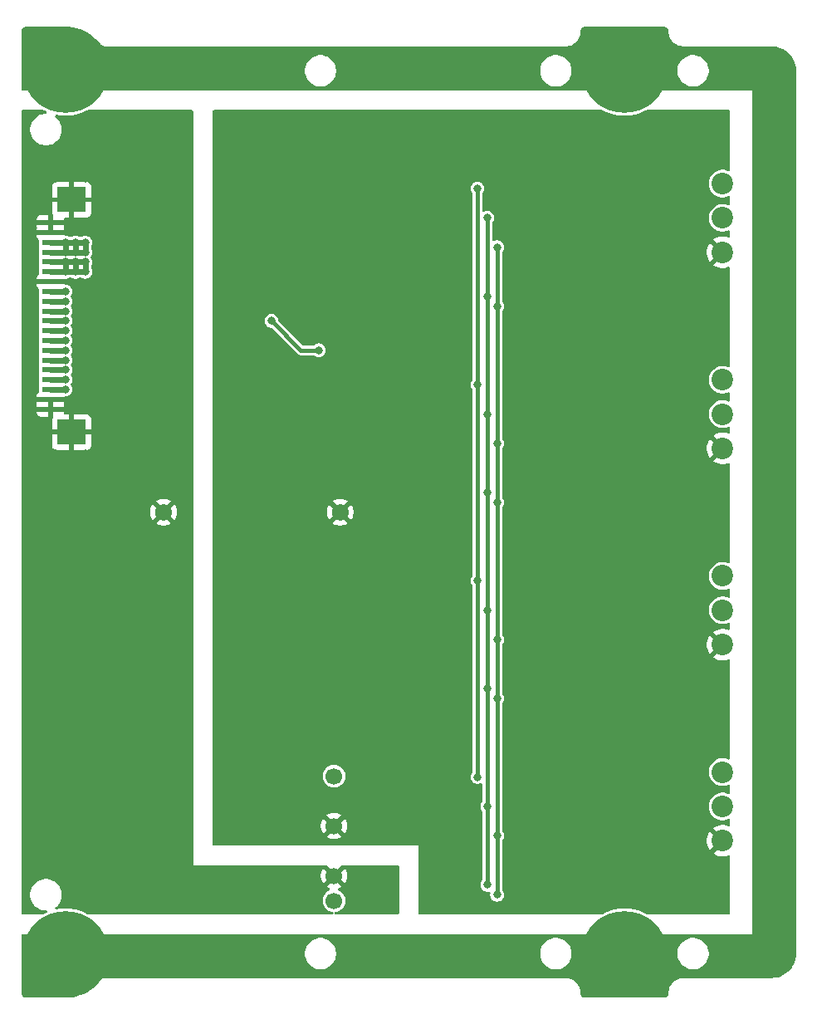
<source format=gbr>
%TF.GenerationSoftware,KiCad,Pcbnew,9.0.6*%
%TF.CreationDate,2025-11-27T08:11:18+03:00*%
%TF.ProjectId,PMCNV-INA226,504d434e-562d-4494-9e41-3232362e6b69,rev?*%
%TF.SameCoordinates,PX3dfd240PY5f5e100*%
%TF.FileFunction,Copper,L2,Bot*%
%TF.FilePolarity,Positive*%
%FSLAX46Y46*%
G04 Gerber Fmt 4.6, Leading zero omitted, Abs format (unit mm)*
G04 Created by KiCad (PCBNEW 9.0.6) date 2025-11-27 08:11:18*
%MOMM*%
%LPD*%
G01*
G04 APERTURE LIST*
%TA.AperFunction,ComponentPad*%
%ADD10C,1.725000*%
%TD*%
%TA.AperFunction,ComponentPad*%
%ADD11C,1.700000*%
%TD*%
%TA.AperFunction,ComponentPad*%
%ADD12C,0.900000*%
%TD*%
%TA.AperFunction,ComponentPad*%
%ADD13C,8.600000*%
%TD*%
%TA.AperFunction,ComponentPad*%
%ADD14C,2.200000*%
%TD*%
%TA.AperFunction,SMDPad,CuDef*%
%ADD15R,1.800000X0.600000*%
%TD*%
%TA.AperFunction,SMDPad,CuDef*%
%ADD16R,3.000000X2.600000*%
%TD*%
%TA.AperFunction,ViaPad*%
%ADD17C,0.800000*%
%TD*%
%TA.AperFunction,Conductor*%
%ADD18C,0.600000*%
%TD*%
%TA.AperFunction,Conductor*%
%ADD19C,0.400000*%
%TD*%
G04 APERTURE END LIST*
D10*
%TO.P,U4,1*%
%TO.N,GND_CNV*%
X-7000000Y0D03*
%TD*%
D11*
%TO.P,PS1,1,Vin*%
%TO.N,+5V_IB*%
X-7625000Y-39615000D03*
%TO.P,PS1,2,GND*%
%TO.N,GND_IB*%
X-7625000Y-37075000D03*
%TO.P,PS1,4,0V*%
%TO.N,GND_CNV*%
X-7625000Y-31995000D03*
%TO.P,PS1,6,+V*%
%TO.N,+5V_CNV*%
X-7625000Y-26915000D03*
%TD*%
D12*
%TO.P,H4,1,1*%
%TO.N,PE*%
X18775000Y45000000D03*
X19719581Y47280419D03*
X19719581Y42719581D03*
X22000000Y48225000D03*
D13*
X22000000Y45000000D03*
D12*
X22000000Y41775000D03*
X24280419Y47280419D03*
X24280419Y42719581D03*
X25225000Y45000000D03*
%TD*%
D14*
%TO.P,J1,1,Pin_1*%
%TO.N,GND_CNV*%
X32000000Y26500000D03*
%TO.P,J1,2,Pin_2*%
%TO.N,Net-(J1-Pin_2)*%
X32000000Y30000000D03*
%TO.P,J1,3,Pin_3*%
%TO.N,Net-(J1-Pin_3)*%
X32000000Y33500000D03*
%TD*%
%TO.P,J4,1,Pin_1*%
%TO.N,GND_CNV*%
X32000000Y-33500000D03*
%TO.P,J4,2,Pin_2*%
%TO.N,Net-(J4-Pin_2)*%
X32000000Y-30000000D03*
%TO.P,J4,3,Pin_3*%
%TO.N,Net-(J4-Pin_3)*%
X32000000Y-26500000D03*
%TD*%
%TO.P,J2,1,Pin_1*%
%TO.N,GND_CNV*%
X32000000Y6500000D03*
%TO.P,J2,2,Pin_2*%
%TO.N,Net-(J2-Pin_2)*%
X32000000Y10000000D03*
%TO.P,J2,3,Pin_3*%
%TO.N,Net-(J2-Pin_3)*%
X32000000Y13500000D03*
%TD*%
D12*
%TO.P,H2,1,1*%
%TO.N,PE*%
X18775000Y-45000000D03*
X19719581Y-42719581D03*
X19719581Y-47280419D03*
X22000000Y-41775000D03*
D13*
X22000000Y-45000000D03*
D12*
X22000000Y-48225000D03*
X24280419Y-42719581D03*
X24280419Y-47280419D03*
X25225000Y-45000000D03*
%TD*%
%TO.P,H1,1,1*%
%TO.N,PE*%
X-38225000Y-45000000D03*
X-37280419Y-42719581D03*
X-37280419Y-47280419D03*
X-35000000Y-41775000D03*
D13*
X-35000000Y-45000000D03*
D12*
X-35000000Y-48225000D03*
X-32719581Y-42719581D03*
X-32719581Y-47280419D03*
X-31775000Y-45000000D03*
%TD*%
D10*
%TO.P,U3,1*%
%TO.N,GND_IB*%
X-25000000Y0D03*
%TD*%
D14*
%TO.P,J3,1,Pin_1*%
%TO.N,GND_CNV*%
X32000000Y-13500000D03*
%TO.P,J3,2,Pin_2*%
%TO.N,Net-(J3-Pin_2)*%
X32000000Y-10000000D03*
%TO.P,J3,3,Pin_3*%
%TO.N,Net-(J3-Pin_3)*%
X32000000Y-6500000D03*
%TD*%
D12*
%TO.P,H3,1,1*%
%TO.N,PE*%
X-38225000Y45000000D03*
X-37280419Y47280419D03*
X-37280419Y42719581D03*
X-35000000Y48225000D03*
D13*
X-35000000Y45000000D03*
D12*
X-35000000Y41775000D03*
X-32719581Y47280419D03*
X-32719581Y42719581D03*
X-31775000Y45000000D03*
%TD*%
D15*
%TO.P,JM2,1,Pin_1*%
%TO.N,GND_IB*%
X-36546000Y29500000D03*
%TO.P,JM2,2,Pin_2*%
X-36546000Y28500000D03*
%TO.P,JM2,3,Pin_3*%
%TO.N,+5V_IB*%
X-36546000Y27500000D03*
%TO.P,JM2,4,Pin_4*%
X-36546000Y26500000D03*
%TO.P,JM2,5,Pin_5*%
%TO.N,+3.3V_IB*%
X-36546000Y25500000D03*
%TO.P,JM2,6,Pin_6*%
X-36546000Y24500000D03*
%TO.P,JM2,7,Pin_7*%
%TO.N,GND_IB*%
X-36546000Y23500000D03*
%TO.P,JM2,8,Pin_8*%
%TO.N,/MOSI_IB*%
X-36546000Y22500000D03*
%TO.P,JM2,9,Pin_9*%
%TO.N,/MISO_IB*%
X-36546000Y21500000D03*
%TO.P,JM2,10,Pin_10*%
%TO.N,/SCK_IB*%
X-36546000Y20500000D03*
%TO.P,JM2,11,Pin_11*%
%TO.N,/CS0_IB*%
X-36546000Y19500000D03*
%TO.P,JM2,12,Pin_11*%
%TO.N,/CS1_IB*%
X-36546000Y18500000D03*
%TO.P,JM2,13,Pin_11*%
%TO.N,/CS2_IB*%
X-36546000Y17500000D03*
%TO.P,JM2,14,Pin_11*%
%TO.N,/CS3_IB*%
X-36546000Y16500000D03*
%TO.P,JM2,15,Pin_11*%
%TO.N,/RST_IB*%
X-36546000Y15500000D03*
%TO.P,JM2,16,Pin_11*%
%TO.N,Net-(JM1-Pin_5)*%
X-36546000Y14500000D03*
%TO.P,JM2,17,Pin_11*%
%TO.N,/SDA_IB*%
X-36546000Y13500000D03*
%TO.P,JM2,18,Pin_11*%
%TO.N,/SCL_IB*%
X-36546000Y12500000D03*
%TO.P,JM2,19,Pin_11*%
%TO.N,GND_IB*%
X-36546000Y11500000D03*
%TO.P,JM2,20,Pin_11*%
X-36546000Y10500000D03*
D16*
%TO.P,JM2,MP1,Pin_11*%
X-34375000Y31850000D03*
%TO.P,JM2,MP2,Pin_11*%
X-34375000Y8150000D03*
%TD*%
D17*
%TO.N,/CS2_IB*%
X-35000000Y17500000D03*
%TO.N,/MOSI_IB*%
X-35000000Y22500000D03*
%TO.N,GND_IB*%
X-36000000Y6000000D03*
X-34500000Y6000000D03*
X-36000000Y34000000D03*
X-34500000Y34000000D03*
X-33000000Y34000000D03*
X-33000000Y6000000D03*
%TO.N,/SDA_IB*%
X-35000000Y13500000D03*
%TO.N,Net-(JM1-Pin_5)*%
X-35000000Y14500000D03*
%TO.N,+3.3V_IB*%
X-33000000Y24500000D03*
X-33000000Y25500000D03*
X-34000000Y25500000D03*
X-34000000Y24500000D03*
X-35000000Y25500000D03*
X-35000000Y24500000D03*
%TO.N,/MISO_IB*%
X-35000000Y21500000D03*
%TO.N,+5V_IB*%
X-34000000Y27500000D03*
X-33000000Y26500000D03*
X-33000000Y27500000D03*
X-35000000Y27500000D03*
X-35000000Y26500000D03*
X-34000000Y26500000D03*
%TO.N,/RST_IB*%
X-35000000Y15500000D03*
%TO.N,/SCL_IB*%
X-35000000Y12500000D03*
%TO.N,/CS3_IB*%
X-35000000Y16500000D03*
%TO.N,/SCK_IB*%
X-35000000Y20500000D03*
%TO.N,/CS1_IB*%
X-35000000Y18500000D03*
%TO.N,/CS0_IB*%
X-35000000Y19500000D03*
%TO.N,GND_CNV*%
X10000000Y-16000000D03*
X-15000000Y25000000D03*
X-16000000Y26000000D03*
X-6000000Y19000000D03*
X10000000Y24000000D03*
X10000000Y-36000000D03*
X10000000Y4000000D03*
%TO.N,+5V_CNV*%
X7000000Y13000000D03*
X7000000Y33000000D03*
X7000000Y-27000000D03*
X-14000000Y19500000D03*
X7000000Y-7000000D03*
X-9175000Y16500000D03*
%TO.N,/SCL_CNV*%
X9000000Y-19000000D03*
X9000000Y1000000D03*
X9000000Y-13000000D03*
X9000000Y7000000D03*
X9000000Y-33000000D03*
X9000000Y-39000000D03*
X9000000Y27000000D03*
X9000000Y21000000D03*
%TO.N,/SDA_CNV*%
X8000000Y10000000D03*
X8000000Y2000000D03*
X8000000Y-30000000D03*
X8000000Y-38000000D03*
X8000000Y-18000000D03*
X8000000Y-10000000D03*
X8000000Y22000000D03*
X8000000Y30000000D03*
%TD*%
D18*
%TO.N,/CS2_IB*%
X-35000000Y17500000D02*
X-36546000Y17500000D01*
%TO.N,/MOSI_IB*%
X-35000000Y22500000D02*
X-36546000Y22500000D01*
%TO.N,/SDA_IB*%
X-35000000Y13500000D02*
X-36546000Y13500000D01*
%TO.N,Net-(JM1-Pin_5)*%
X-35000000Y14500000D02*
X-36546000Y14500000D01*
%TO.N,+3.3V_IB*%
X-35000000Y25500000D02*
X-35000000Y24500000D01*
X-33000000Y24500000D02*
X-36546000Y24500000D01*
X-34000000Y25500000D02*
X-34000000Y24500000D01*
X-33000000Y25500000D02*
X-36546000Y25500000D01*
X-33000000Y25500000D02*
X-33000000Y24500000D01*
%TO.N,/MISO_IB*%
X-35000000Y21500000D02*
X-36546000Y21500000D01*
%TO.N,+5V_IB*%
X-33000000Y27500000D02*
X-34000000Y27500000D01*
X-35000000Y27500000D02*
X-36546000Y27500000D01*
X-33000000Y26500000D02*
X-36546000Y26500000D01*
X-33000000Y27500000D02*
X-33000000Y26500000D01*
X-35000000Y27500000D02*
X-35000000Y26500000D01*
X-34000000Y27500000D02*
X-35000000Y27500000D01*
X-34000000Y27500000D02*
X-34000000Y26500000D01*
%TO.N,/RST_IB*%
X-35000000Y15500000D02*
X-36546000Y15500000D01*
%TO.N,/SCL_IB*%
X-35000000Y12500000D02*
X-36546000Y12500000D01*
%TO.N,/CS3_IB*%
X-35000000Y16500000D02*
X-36546000Y16500000D01*
%TO.N,/SCK_IB*%
X-35000000Y20500000D02*
X-36546000Y20500000D01*
%TO.N,/CS1_IB*%
X-35000000Y18500000D02*
X-36546000Y18500000D01*
%TO.N,/CS0_IB*%
X-35000000Y19500000D02*
X-36546000Y19500000D01*
D19*
%TO.N,+5V_CNV*%
X7000000Y-7000000D02*
X7000000Y-27000000D01*
X7000000Y33000000D02*
X7000000Y13000000D01*
X-9175000Y16500000D02*
X-11000000Y16500000D01*
X7000000Y13000000D02*
X7000000Y-7000000D01*
X-11000000Y16500000D02*
X-14000000Y19500000D01*
%TO.N,/SCL_CNV*%
X9000000Y-19000000D02*
X9000000Y-33000000D01*
X9000000Y7000000D02*
X9000000Y1000000D01*
X9000000Y-33000000D02*
X9000000Y-39000000D01*
X9000000Y1000000D02*
X9000000Y-13000000D01*
X9000000Y27000000D02*
X9000000Y7000000D01*
X9000000Y-13000000D02*
X9000000Y-19000000D01*
%TO.N,/SDA_CNV*%
X8000000Y2000000D02*
X8000000Y-10000000D01*
X8000000Y30000000D02*
X8000000Y10000000D01*
X8000000Y-10000000D02*
X8000000Y-18000000D01*
X8000000Y10000000D02*
X8000000Y2000000D01*
X8000000Y-18000000D02*
X8000000Y-30000000D01*
X8000000Y-30000000D02*
X8000000Y-38000000D01*
%TD*%
%TA.AperFunction,Conductor*%
%TO.N,PE*%
G36*
X-34997392Y49499390D02*
G01*
X-34626351Y49483742D01*
X-34615970Y49482865D01*
X-34250158Y49436360D01*
X-34239861Y49434607D01*
X-33879278Y49357468D01*
X-33869191Y49354862D01*
X-33516349Y49247627D01*
X-33506516Y49244179D01*
X-33163985Y49107627D01*
X-33154469Y49103361D01*
X-32829071Y48940661D01*
X-32824645Y48938448D01*
X-32815503Y48933385D01*
X-32500744Y48741293D01*
X-32492083Y48735493D01*
X-32416647Y48680231D01*
X-32194614Y48517578D01*
X-32186452Y48511053D01*
X-31908394Y48268871D01*
X-31900814Y48261686D01*
X-31644125Y47996941D01*
X-31637190Y47989157D01*
X-31420879Y47724733D01*
X-31418975Y47722346D01*
X-31413733Y47715606D01*
X-31400500Y47692686D01*
X-31379833Y47672019D01*
X-31375094Y47665926D01*
X-31374946Y47665549D01*
X-31373774Y47664198D01*
X-31360865Y47646986D01*
X-31332663Y47624849D01*
X-31307314Y47599500D01*
X-31281061Y47584343D01*
X-31274126Y47578900D01*
X-31257207Y47565619D01*
X-31257204Y47565618D01*
X-31257202Y47565616D01*
X-31231072Y47554455D01*
X-31217803Y47547821D01*
X-31193186Y47533608D01*
X-31172410Y47528042D01*
X-31172409Y47528041D01*
X-31163894Y47525760D01*
X-31136011Y47513849D01*
X-31100524Y47508780D01*
X-31065892Y47499500D01*
X-31044382Y47499500D01*
X-31026847Y47498254D01*
X-31023805Y47497820D01*
X-31005552Y47495212D01*
X-30977347Y47498611D01*
X-30962516Y47499500D01*
X16107317Y47499500D01*
X16107318Y47499500D01*
X16277851Y47524020D01*
X16319764Y47530045D01*
X16319765Y47530046D01*
X16319769Y47530046D01*
X16525710Y47590516D01*
X16525713Y47590518D01*
X16525715Y47590518D01*
X16720938Y47679673D01*
X16720944Y47679677D01*
X16720950Y47679679D01*
X16901513Y47795719D01*
X17063724Y47936276D01*
X17204281Y48098487D01*
X17320321Y48279050D01*
X17320323Y48279056D01*
X17320327Y48279062D01*
X17409482Y48474285D01*
X17409482Y48474287D01*
X17409484Y48474290D01*
X17469954Y48680231D01*
X17500500Y48892682D01*
X17500500Y48993039D01*
X17501280Y49006923D01*
X17501280Y49006924D01*
X17511460Y49097271D01*
X17517635Y49124330D01*
X17545353Y49203544D01*
X17557396Y49228550D01*
X17602046Y49299611D01*
X17619351Y49321310D01*
X17678690Y49380649D01*
X17700389Y49397954D01*
X17771450Y49442604D01*
X17796456Y49454647D01*
X17875670Y49482365D01*
X17902733Y49488541D01*
X17965419Y49495604D01*
X17993079Y49498720D01*
X18006962Y49499500D01*
X18065892Y49499500D01*
X25934108Y49499500D01*
X25993038Y49499500D01*
X26006922Y49498720D01*
X26097266Y49488541D01*
X26124331Y49482364D01*
X26203540Y49454648D01*
X26228553Y49442602D01*
X26299606Y49397957D01*
X26321313Y49380645D01*
X26380644Y49321314D01*
X26397957Y49299605D01*
X26442600Y49228556D01*
X26454648Y49203538D01*
X26482362Y49124334D01*
X26488540Y49097265D01*
X26498720Y49006924D01*
X26499500Y48993039D01*
X26499500Y48892683D01*
X26530044Y48680236D01*
X26530047Y48680226D01*
X26590517Y48474285D01*
X26679672Y48279062D01*
X26679679Y48279049D01*
X26795720Y48098486D01*
X26936275Y47936276D01*
X27060277Y47828828D01*
X27098487Y47795719D01*
X27221070Y47716940D01*
X27279048Y47679680D01*
X27279061Y47679673D01*
X27474284Y47590518D01*
X27474288Y47590517D01*
X27474290Y47590516D01*
X27680231Y47530046D01*
X27680232Y47530046D01*
X27680235Y47530045D01*
X27743584Y47520938D01*
X27892682Y47499500D01*
X27934108Y47499500D01*
X36934108Y47499500D01*
X36996249Y47499500D01*
X37003736Y47499274D01*
X37020599Y47498254D01*
X37293796Y47481729D01*
X37308659Y47479924D01*
X37590798Y47428220D01*
X37605335Y47424637D01*
X37879172Y47339305D01*
X37893163Y47334000D01*
X38154743Y47216273D01*
X38167989Y47209320D01*
X38413465Y47060925D01*
X38425776Y47052427D01*
X38651573Y46875527D01*
X38662781Y46865597D01*
X38865596Y46662782D01*
X38875526Y46651574D01*
X39007406Y46483241D01*
X39052422Y46425783D01*
X39060926Y46413463D01*
X39177398Y46220795D01*
X39209316Y46167996D01*
X39216275Y46154737D01*
X39333997Y45893169D01*
X39339306Y45879168D01*
X39424635Y45605337D01*
X39428219Y45590799D01*
X39479923Y45308660D01*
X39481728Y45293795D01*
X39499274Y45003737D01*
X39499500Y44996250D01*
X39499500Y-44996249D01*
X39499274Y-45003736D01*
X39481728Y-45293794D01*
X39479923Y-45308659D01*
X39428219Y-45590798D01*
X39424635Y-45605336D01*
X39339306Y-45879167D01*
X39333997Y-45893168D01*
X39216275Y-46154736D01*
X39209316Y-46167995D01*
X39060928Y-46413459D01*
X39052422Y-46425782D01*
X38875526Y-46651573D01*
X38865596Y-46662781D01*
X38662781Y-46865596D01*
X38651573Y-46875526D01*
X38425782Y-47052422D01*
X38413459Y-47060928D01*
X38167995Y-47209316D01*
X38154736Y-47216275D01*
X37893168Y-47333997D01*
X37879167Y-47339306D01*
X37605336Y-47424635D01*
X37590798Y-47428219D01*
X37308659Y-47479923D01*
X37293794Y-47481728D01*
X37003736Y-47499274D01*
X36996249Y-47499500D01*
X27892682Y-47499500D01*
X27680235Y-47530044D01*
X27680225Y-47530047D01*
X27474284Y-47590517D01*
X27279061Y-47679672D01*
X27279048Y-47679679D01*
X27098485Y-47795720D01*
X26936275Y-47936275D01*
X26795720Y-48098485D01*
X26679679Y-48279048D01*
X26679672Y-48279061D01*
X26590517Y-48474284D01*
X26530047Y-48680225D01*
X26530044Y-48680235D01*
X26499500Y-48892682D01*
X26499500Y-48993038D01*
X26498720Y-49006922D01*
X26498720Y-49006923D01*
X26488540Y-49097264D01*
X26482362Y-49124333D01*
X26454648Y-49203537D01*
X26442600Y-49228555D01*
X26397957Y-49299604D01*
X26380644Y-49321313D01*
X26321313Y-49380644D01*
X26299604Y-49397957D01*
X26228555Y-49442600D01*
X26203537Y-49454648D01*
X26124333Y-49482362D01*
X26097264Y-49488540D01*
X26017075Y-49497576D01*
X26006921Y-49498720D01*
X25993038Y-49499500D01*
X18006962Y-49499500D01*
X17993078Y-49498720D01*
X17980553Y-49497308D01*
X17902735Y-49488540D01*
X17875666Y-49482362D01*
X17796462Y-49454648D01*
X17771444Y-49442600D01*
X17700395Y-49397957D01*
X17678686Y-49380644D01*
X17619355Y-49321313D01*
X17602042Y-49299604D01*
X17569385Y-49247631D01*
X17557398Y-49228553D01*
X17545351Y-49203537D01*
X17517637Y-49124333D01*
X17511459Y-49097263D01*
X17501280Y-49006922D01*
X17500500Y-48993038D01*
X17500500Y-48892683D01*
X17500500Y-48892682D01*
X17469954Y-48680231D01*
X17409484Y-48474290D01*
X17409483Y-48474288D01*
X17409482Y-48474284D01*
X17320327Y-48279061D01*
X17320320Y-48279048D01*
X17249102Y-48168231D01*
X17204281Y-48098487D01*
X17124227Y-48006100D01*
X17063724Y-47936275D01*
X16901514Y-47795720D01*
X16901513Y-47795719D01*
X16791053Y-47724731D01*
X16720951Y-47679679D01*
X16720938Y-47679672D01*
X16525715Y-47590517D01*
X16319774Y-47530047D01*
X16319764Y-47530044D01*
X16128754Y-47502582D01*
X16107318Y-47499500D01*
X16107317Y-47499500D01*
X-30969960Y-47499500D01*
X-31005552Y-47495212D01*
X-31035568Y-47499500D01*
X-31065892Y-47499500D01*
X-31065896Y-47499500D01*
X-31093335Y-47506852D01*
X-31107882Y-47509829D01*
X-31136006Y-47513848D01*
X-31136009Y-47513848D01*
X-31136011Y-47513849D01*
X-31136013Y-47513849D01*
X-31136014Y-47513850D01*
X-31155803Y-47522302D01*
X-31163898Y-47525759D01*
X-31193186Y-47533608D01*
X-31224235Y-47551533D01*
X-31231082Y-47554458D01*
X-31231083Y-47554458D01*
X-31257198Y-47565613D01*
X-31257204Y-47565616D01*
X-31274122Y-47578897D01*
X-31288681Y-47588741D01*
X-31307313Y-47599498D01*
X-31307316Y-47599501D01*
X-31327407Y-47619590D01*
X-31338516Y-47629441D01*
X-31360864Y-47646983D01*
X-31360865Y-47646985D01*
X-31373778Y-47664202D01*
X-31375095Y-47665926D01*
X-31379834Y-47672018D01*
X-31400500Y-47692686D01*
X-31413733Y-47715605D01*
X-31418974Y-47722344D01*
X-31419481Y-47722709D01*
X-31420878Y-47724731D01*
X-31637190Y-47989156D01*
X-31644136Y-47996951D01*
X-31653005Y-48006100D01*
X-31900810Y-48261681D01*
X-31908394Y-48268870D01*
X-32186452Y-48511052D01*
X-32194614Y-48517577D01*
X-32492072Y-48735484D01*
X-32500755Y-48741299D01*
X-32815504Y-48933384D01*
X-32824645Y-48938447D01*
X-33154459Y-49103355D01*
X-33163995Y-49107630D01*
X-33506502Y-49244173D01*
X-33516364Y-49247631D01*
X-33869176Y-49354857D01*
X-33879293Y-49357471D01*
X-34239858Y-49434605D01*
X-34250160Y-49436359D01*
X-34615954Y-49482862D01*
X-34626367Y-49483742D01*
X-34997392Y-49499390D01*
X-35002617Y-49499500D01*
X-38993038Y-49499500D01*
X-39006922Y-49498720D01*
X-39019447Y-49497308D01*
X-39097265Y-49488540D01*
X-39124334Y-49482362D01*
X-39203538Y-49454648D01*
X-39228556Y-49442600D01*
X-39299605Y-49397957D01*
X-39321314Y-49380644D01*
X-39380645Y-49321313D01*
X-39397958Y-49299604D01*
X-39430615Y-49247631D01*
X-39442602Y-49228553D01*
X-39454649Y-49203537D01*
X-39482363Y-49124333D01*
X-39488541Y-49097263D01*
X-39498720Y-49006922D01*
X-39499500Y-48993038D01*
X-39499500Y-44874038D01*
X-10600500Y-44874038D01*
X-10600500Y-45125961D01*
X-10561090Y-45374785D01*
X-10483240Y-45614383D01*
X-10368868Y-45838848D01*
X-10220799Y-46042649D01*
X-10220795Y-46042654D01*
X-10042655Y-46220794D01*
X-10042650Y-46220798D01*
X-9864883Y-46349952D01*
X-9838845Y-46368870D01*
X-9695816Y-46441747D01*
X-9614384Y-46483239D01*
X-9614382Y-46483239D01*
X-9614379Y-46483241D01*
X-9374785Y-46561090D01*
X-9125962Y-46600500D01*
X-9125961Y-46600500D01*
X-8874039Y-46600500D01*
X-8874038Y-46600500D01*
X-8625215Y-46561090D01*
X-8385621Y-46483241D01*
X-8161155Y-46368870D01*
X-7957344Y-46220793D01*
X-7779207Y-46042656D01*
X-7631130Y-45838845D01*
X-7516759Y-45614379D01*
X-7438910Y-45374785D01*
X-7399500Y-45125962D01*
X-7399500Y-44874038D01*
X13399500Y-44874038D01*
X13399500Y-45125961D01*
X13438910Y-45374785D01*
X13516760Y-45614383D01*
X13631132Y-45838848D01*
X13779201Y-46042649D01*
X13779205Y-46042654D01*
X13957345Y-46220794D01*
X13957350Y-46220798D01*
X14135117Y-46349952D01*
X14161155Y-46368870D01*
X14304184Y-46441747D01*
X14385616Y-46483239D01*
X14385618Y-46483239D01*
X14385621Y-46483241D01*
X14625215Y-46561090D01*
X14874038Y-46600500D01*
X14874039Y-46600500D01*
X15125961Y-46600500D01*
X15125962Y-46600500D01*
X15374785Y-46561090D01*
X15614379Y-46483241D01*
X15838845Y-46368870D01*
X16042656Y-46220793D01*
X16220793Y-46042656D01*
X16368870Y-45838845D01*
X16483241Y-45614379D01*
X16561090Y-45374785D01*
X16600500Y-45125962D01*
X16600500Y-44874038D01*
X27399500Y-44874038D01*
X27399500Y-45125961D01*
X27438910Y-45374785D01*
X27516760Y-45614383D01*
X27631132Y-45838848D01*
X27779201Y-46042649D01*
X27779205Y-46042654D01*
X27957345Y-46220794D01*
X27957350Y-46220798D01*
X28135117Y-46349952D01*
X28161155Y-46368870D01*
X28304184Y-46441747D01*
X28385616Y-46483239D01*
X28385618Y-46483239D01*
X28385621Y-46483241D01*
X28625215Y-46561090D01*
X28874038Y-46600500D01*
X28874039Y-46600500D01*
X29125961Y-46600500D01*
X29125962Y-46600500D01*
X29374785Y-46561090D01*
X29614379Y-46483241D01*
X29838845Y-46368870D01*
X30042656Y-46220793D01*
X30220793Y-46042656D01*
X30368870Y-45838845D01*
X30483241Y-45614379D01*
X30561090Y-45374785D01*
X30600500Y-45125962D01*
X30600500Y-44874038D01*
X30561090Y-44625215D01*
X30483241Y-44385621D01*
X30483239Y-44385618D01*
X30483239Y-44385616D01*
X30441747Y-44304184D01*
X30368870Y-44161155D01*
X30349952Y-44135117D01*
X30220798Y-43957350D01*
X30220794Y-43957345D01*
X30042654Y-43779205D01*
X30042649Y-43779201D01*
X29838848Y-43631132D01*
X29838847Y-43631131D01*
X29838845Y-43631130D01*
X29768747Y-43595413D01*
X29614383Y-43516760D01*
X29374785Y-43438910D01*
X29125962Y-43399500D01*
X28874038Y-43399500D01*
X28749626Y-43419205D01*
X28625214Y-43438910D01*
X28385616Y-43516760D01*
X28161151Y-43631132D01*
X27957350Y-43779201D01*
X27957345Y-43779205D01*
X27779205Y-43957345D01*
X27779201Y-43957350D01*
X27631132Y-44161151D01*
X27516760Y-44385616D01*
X27438910Y-44625214D01*
X27399500Y-44874038D01*
X16600500Y-44874038D01*
X16561090Y-44625215D01*
X16483241Y-44385621D01*
X16483239Y-44385618D01*
X16483239Y-44385616D01*
X16441747Y-44304184D01*
X16368870Y-44161155D01*
X16349952Y-44135117D01*
X16220798Y-43957350D01*
X16220794Y-43957345D01*
X16042654Y-43779205D01*
X16042649Y-43779201D01*
X15838848Y-43631132D01*
X15838847Y-43631131D01*
X15838845Y-43631130D01*
X15768747Y-43595413D01*
X15614383Y-43516760D01*
X15374785Y-43438910D01*
X15125962Y-43399500D01*
X14874038Y-43399500D01*
X14749626Y-43419205D01*
X14625214Y-43438910D01*
X14385616Y-43516760D01*
X14161151Y-43631132D01*
X13957350Y-43779201D01*
X13957345Y-43779205D01*
X13779205Y-43957345D01*
X13779201Y-43957350D01*
X13631132Y-44161151D01*
X13516760Y-44385616D01*
X13438910Y-44625214D01*
X13399500Y-44874038D01*
X-7399500Y-44874038D01*
X-7438910Y-44625215D01*
X-7516759Y-44385621D01*
X-7516761Y-44385618D01*
X-7516761Y-44385616D01*
X-7558253Y-44304184D01*
X-7631130Y-44161155D01*
X-7650048Y-44135117D01*
X-7779202Y-43957350D01*
X-7779206Y-43957345D01*
X-7957346Y-43779205D01*
X-7957351Y-43779201D01*
X-8161152Y-43631132D01*
X-8161153Y-43631131D01*
X-8161155Y-43631130D01*
X-8231253Y-43595413D01*
X-8385617Y-43516760D01*
X-8625215Y-43438910D01*
X-8874038Y-43399500D01*
X-9125962Y-43399500D01*
X-9250374Y-43419205D01*
X-9374786Y-43438910D01*
X-9614384Y-43516760D01*
X-9838849Y-43631132D01*
X-10042650Y-43779201D01*
X-10042655Y-43779205D01*
X-10220795Y-43957345D01*
X-10220799Y-43957350D01*
X-10368868Y-44161151D01*
X-10483240Y-44385616D01*
X-10561090Y-44625214D01*
X-10600500Y-44874038D01*
X-39499500Y-44874038D01*
X-39499500Y-43124000D01*
X-39479815Y-43056961D01*
X-39427011Y-43011206D01*
X-39375500Y-43000000D01*
X35000000Y-43000000D01*
X35000000Y43000000D01*
X-39375500Y43000000D01*
X-39442539Y43019685D01*
X-39488294Y43072489D01*
X-39499500Y43124000D01*
X-39499500Y45125962D01*
X-10600500Y45125962D01*
X-10600500Y44874039D01*
X-10561090Y44625215D01*
X-10483240Y44385617D01*
X-10368868Y44161152D01*
X-10220799Y43957351D01*
X-10220795Y43957346D01*
X-10042655Y43779206D01*
X-10042650Y43779202D01*
X-9864883Y43650048D01*
X-9838845Y43631130D01*
X-9695816Y43558253D01*
X-9614384Y43516761D01*
X-9614382Y43516761D01*
X-9614379Y43516759D01*
X-9374785Y43438910D01*
X-9125962Y43399500D01*
X-9125961Y43399500D01*
X-8874039Y43399500D01*
X-8874038Y43399500D01*
X-8625215Y43438910D01*
X-8385621Y43516759D01*
X-8161155Y43631130D01*
X-7957344Y43779207D01*
X-7779207Y43957344D01*
X-7631130Y44161155D01*
X-7516759Y44385621D01*
X-7438910Y44625215D01*
X-7399500Y44874038D01*
X-7399500Y45125962D01*
X13399500Y45125962D01*
X13399500Y44874039D01*
X13438910Y44625215D01*
X13516760Y44385617D01*
X13631132Y44161152D01*
X13779201Y43957351D01*
X13779205Y43957346D01*
X13957345Y43779206D01*
X13957350Y43779202D01*
X14135117Y43650048D01*
X14161155Y43631130D01*
X14304184Y43558253D01*
X14385616Y43516761D01*
X14385618Y43516761D01*
X14385621Y43516759D01*
X14625215Y43438910D01*
X14874038Y43399500D01*
X14874039Y43399500D01*
X15125961Y43399500D01*
X15125962Y43399500D01*
X15374785Y43438910D01*
X15614379Y43516759D01*
X15838845Y43631130D01*
X16042656Y43779207D01*
X16220793Y43957344D01*
X16368870Y44161155D01*
X16483241Y44385621D01*
X16561090Y44625215D01*
X16600500Y44874038D01*
X16600500Y45125962D01*
X27399500Y45125962D01*
X27399500Y44874039D01*
X27438910Y44625215D01*
X27516760Y44385617D01*
X27631132Y44161152D01*
X27779201Y43957351D01*
X27779205Y43957346D01*
X27957345Y43779206D01*
X27957350Y43779202D01*
X28135117Y43650048D01*
X28161155Y43631130D01*
X28304184Y43558253D01*
X28385616Y43516761D01*
X28385618Y43516761D01*
X28385621Y43516759D01*
X28625215Y43438910D01*
X28874038Y43399500D01*
X28874039Y43399500D01*
X29125961Y43399500D01*
X29125962Y43399500D01*
X29374785Y43438910D01*
X29614379Y43516759D01*
X29838845Y43631130D01*
X30042656Y43779207D01*
X30220793Y43957344D01*
X30368870Y44161155D01*
X30483241Y44385621D01*
X30561090Y44625215D01*
X30600500Y44874038D01*
X30600500Y45125962D01*
X30561090Y45374785D01*
X30483241Y45614379D01*
X30483239Y45614382D01*
X30483239Y45614384D01*
X30441747Y45695816D01*
X30368870Y45838845D01*
X30334367Y45886335D01*
X30220798Y46042650D01*
X30220794Y46042655D01*
X30042654Y46220795D01*
X30042649Y46220799D01*
X29838848Y46368868D01*
X29838847Y46368869D01*
X29838845Y46368870D01*
X29727147Y46425783D01*
X29614383Y46483240D01*
X29374785Y46561090D01*
X29125962Y46600500D01*
X28874038Y46600500D01*
X28749626Y46580795D01*
X28625214Y46561090D01*
X28385616Y46483240D01*
X28161151Y46368868D01*
X27957350Y46220799D01*
X27957345Y46220795D01*
X27779205Y46042655D01*
X27779201Y46042650D01*
X27631132Y45838849D01*
X27516760Y45614384D01*
X27438910Y45374786D01*
X27399500Y45125962D01*
X16600500Y45125962D01*
X16561090Y45374785D01*
X16483241Y45614379D01*
X16483239Y45614382D01*
X16483239Y45614384D01*
X16441747Y45695816D01*
X16368870Y45838845D01*
X16334367Y45886335D01*
X16220798Y46042650D01*
X16220794Y46042655D01*
X16042654Y46220795D01*
X16042649Y46220799D01*
X15838848Y46368868D01*
X15838847Y46368869D01*
X15838845Y46368870D01*
X15727147Y46425783D01*
X15614383Y46483240D01*
X15374785Y46561090D01*
X15125962Y46600500D01*
X14874038Y46600500D01*
X14749626Y46580795D01*
X14625214Y46561090D01*
X14385616Y46483240D01*
X14161151Y46368868D01*
X13957350Y46220799D01*
X13957345Y46220795D01*
X13779205Y46042655D01*
X13779201Y46042650D01*
X13631132Y45838849D01*
X13516760Y45614384D01*
X13438910Y45374786D01*
X13399500Y45125962D01*
X-7399500Y45125962D01*
X-7438910Y45374785D01*
X-7516759Y45614379D01*
X-7516761Y45614382D01*
X-7516761Y45614384D01*
X-7558253Y45695816D01*
X-7631130Y45838845D01*
X-7665633Y45886335D01*
X-7779202Y46042650D01*
X-7779206Y46042655D01*
X-7957346Y46220795D01*
X-7957351Y46220799D01*
X-8161152Y46368868D01*
X-8161153Y46368869D01*
X-8161155Y46368870D01*
X-8272853Y46425783D01*
X-8385617Y46483240D01*
X-8625215Y46561090D01*
X-8874038Y46600500D01*
X-9125962Y46600500D01*
X-9250374Y46580795D01*
X-9374786Y46561090D01*
X-9614384Y46483240D01*
X-9838849Y46368868D01*
X-10042650Y46220799D01*
X-10042655Y46220795D01*
X-10220795Y46042655D01*
X-10220799Y46042650D01*
X-10368868Y45838849D01*
X-10483240Y45614384D01*
X-10561090Y45374786D01*
X-10600500Y45125962D01*
X-39499500Y45125962D01*
X-39499500Y48993039D01*
X-39498720Y49006923D01*
X-39498720Y49006924D01*
X-39488540Y49097271D01*
X-39482365Y49124330D01*
X-39454647Y49203544D01*
X-39442604Y49228550D01*
X-39397954Y49299611D01*
X-39380649Y49321310D01*
X-39321310Y49380649D01*
X-39299611Y49397954D01*
X-39228550Y49442604D01*
X-39203544Y49454647D01*
X-39124330Y49482365D01*
X-39097267Y49488541D01*
X-39034581Y49495604D01*
X-39006921Y49498720D01*
X-38993038Y49499500D01*
X-38934108Y49499500D01*
X-35065892Y49499500D01*
X-35002617Y49499500D01*
X-34997392Y49499390D01*
G37*
%TD.AperFunction*%
%TD*%
%TA.AperFunction,Conductor*%
%TO.N,GND_IB*%
G36*
X-37244022Y40983387D02*
G01*
X-37126305Y40915423D01*
X-37126281Y40915410D01*
X-36957876Y40836882D01*
X-36905436Y40790710D01*
X-36886284Y40723516D01*
X-36906500Y40656635D01*
X-36959665Y40611301D01*
X-37010280Y40600500D01*
X-37125962Y40600500D01*
X-37250374Y40580795D01*
X-37374786Y40561090D01*
X-37614384Y40483240D01*
X-37838849Y40368868D01*
X-38042650Y40220799D01*
X-38042655Y40220795D01*
X-38220795Y40042655D01*
X-38220799Y40042650D01*
X-38368868Y39838849D01*
X-38483240Y39614384D01*
X-38561090Y39374786D01*
X-38600500Y39125962D01*
X-38600500Y38874039D01*
X-38561090Y38625215D01*
X-38483240Y38385617D01*
X-38368868Y38161152D01*
X-38220799Y37957351D01*
X-38220795Y37957346D01*
X-38042655Y37779206D01*
X-38042650Y37779202D01*
X-37864883Y37650048D01*
X-37838845Y37631130D01*
X-37695816Y37558253D01*
X-37614384Y37516761D01*
X-37614382Y37516761D01*
X-37614379Y37516759D01*
X-37374785Y37438910D01*
X-37125962Y37399500D01*
X-37125961Y37399500D01*
X-36874039Y37399500D01*
X-36874038Y37399500D01*
X-36625215Y37438910D01*
X-36385621Y37516759D01*
X-36161155Y37631130D01*
X-35957344Y37779207D01*
X-35779207Y37957344D01*
X-35631130Y38161155D01*
X-35516759Y38385621D01*
X-35438910Y38625215D01*
X-35399500Y38874038D01*
X-35399500Y39125962D01*
X-35438910Y39374785D01*
X-35516759Y39614379D01*
X-35516761Y39614382D01*
X-35516761Y39614384D01*
X-35558253Y39695816D01*
X-35631130Y39838845D01*
X-35650048Y39864883D01*
X-35779202Y40042650D01*
X-35779206Y40042655D01*
X-35957346Y40220795D01*
X-36025426Y40270258D01*
X-36068091Y40325588D01*
X-36074070Y40395201D01*
X-36041464Y40456996D01*
X-35980625Y40491354D01*
X-35931011Y40492692D01*
X-35601058Y40434512D01*
X-35200864Y40399501D01*
X-35200863Y40399500D01*
X-35200862Y40399500D01*
X-34799137Y40399500D01*
X-34799137Y40399501D01*
X-34398942Y40434512D01*
X-34003321Y40504271D01*
X-33615285Y40608245D01*
X-33237788Y40745643D01*
X-32873702Y40915419D01*
X-32755978Y40983388D01*
X-32693978Y41000000D01*
X-22124000Y41000000D01*
X-22056961Y40980315D01*
X-22011206Y40927511D01*
X-22000000Y40876000D01*
X-22000000Y-36000000D01*
X-8346446Y-36000000D01*
X-7754409Y-36592037D01*
X-7817993Y-36609075D01*
X-7932007Y-36674901D01*
X-8025099Y-36767993D01*
X-8090925Y-36882007D01*
X-8107963Y-36945591D01*
X-8740272Y-36313282D01*
X-8740273Y-36313282D01*
X-8779620Y-36367439D01*
X-8876096Y-36556782D01*
X-8941758Y-36758869D01*
X-8941758Y-36758872D01*
X-8975000Y-36968753D01*
X-8975000Y-37181246D01*
X-8941758Y-37391127D01*
X-8941758Y-37391130D01*
X-8876096Y-37593217D01*
X-8779625Y-37782550D01*
X-8740272Y-37836716D01*
X-8107963Y-37204408D01*
X-8090925Y-37267993D01*
X-8025099Y-37382007D01*
X-7932007Y-37475099D01*
X-7817993Y-37540925D01*
X-7754410Y-37557962D01*
X-8386718Y-38190269D01*
X-8386718Y-38190270D01*
X-8332551Y-38229624D01*
X-8143220Y-38326094D01*
X-8114295Y-38335492D01*
X-8056619Y-38374929D01*
X-8029420Y-38439287D01*
X-8041333Y-38508134D01*
X-8088576Y-38559610D01*
X-8096315Y-38563908D01*
X-8227996Y-38631004D01*
X-8374495Y-38737441D01*
X-8374500Y-38737445D01*
X-8502555Y-38865500D01*
X-8502559Y-38865505D01*
X-8608994Y-39012002D01*
X-8691212Y-39173360D01*
X-8691213Y-39173363D01*
X-8747171Y-39345589D01*
X-8775500Y-39524448D01*
X-8775500Y-39705551D01*
X-8747171Y-39884410D01*
X-8691213Y-40056636D01*
X-8691212Y-40056639D01*
X-8608994Y-40217997D01*
X-8502559Y-40364494D01*
X-8502555Y-40364499D01*
X-8374500Y-40492554D01*
X-8374495Y-40492558D01*
X-8246713Y-40585396D01*
X-8227994Y-40598996D01*
X-8122516Y-40652740D01*
X-8066640Y-40681211D01*
X-8066637Y-40681212D01*
X-7980524Y-40709191D01*
X-7894409Y-40737171D01*
X-7840893Y-40745647D01*
X-7791144Y-40753527D01*
X-7728009Y-40783456D01*
X-7691078Y-40842768D01*
X-7692076Y-40912631D01*
X-7730686Y-40970863D01*
X-7794650Y-40998977D01*
X-7810542Y-41000000D01*
X-32693978Y-41000000D01*
X-32755978Y-40983387D01*
X-32873696Y-40915422D01*
X-32873711Y-40915414D01*
X-33237779Y-40745647D01*
X-33237781Y-40745646D01*
X-33237788Y-40745643D01*
X-33615285Y-40608245D01*
X-33615286Y-40608244D01*
X-33615296Y-40608241D01*
X-34003314Y-40504273D01*
X-34003311Y-40504273D01*
X-34003321Y-40504271D01*
X-34122587Y-40483241D01*
X-34398940Y-40434512D01*
X-34799134Y-40399500D01*
X-34799138Y-40399500D01*
X-35200862Y-40399500D01*
X-35200867Y-40399500D01*
X-35601061Y-40434512D01*
X-35601065Y-40434512D01*
X-35931008Y-40492691D01*
X-36000447Y-40484947D01*
X-36054676Y-40440890D01*
X-36076478Y-40374509D01*
X-36058930Y-40306879D01*
X-36025427Y-40270257D01*
X-35957344Y-40220793D01*
X-35779207Y-40042656D01*
X-35631130Y-39838845D01*
X-35516759Y-39614379D01*
X-35438910Y-39374785D01*
X-35399500Y-39125962D01*
X-35399500Y-38874038D01*
X-35438910Y-38625215D01*
X-35516759Y-38385621D01*
X-35516761Y-38385618D01*
X-35516761Y-38385616D01*
X-35558253Y-38304184D01*
X-35631130Y-38161155D01*
X-35650048Y-38135117D01*
X-35779202Y-37957350D01*
X-35779206Y-37957345D01*
X-35957346Y-37779205D01*
X-35957351Y-37779201D01*
X-36161152Y-37631132D01*
X-36161153Y-37631131D01*
X-36161155Y-37631130D01*
X-36231253Y-37595413D01*
X-36385617Y-37516760D01*
X-36625215Y-37438910D01*
X-36690600Y-37428554D01*
X-36874038Y-37399500D01*
X-37125962Y-37399500D01*
X-37250374Y-37419205D01*
X-37374786Y-37438910D01*
X-37614384Y-37516760D01*
X-37838849Y-37631132D01*
X-38042650Y-37779201D01*
X-38042655Y-37779205D01*
X-38220795Y-37957345D01*
X-38220799Y-37957350D01*
X-38368868Y-38161151D01*
X-38483240Y-38385616D01*
X-38561090Y-38625214D01*
X-38600500Y-38874038D01*
X-38600500Y-39125961D01*
X-38561090Y-39374785D01*
X-38483240Y-39614383D01*
X-38368868Y-39838848D01*
X-38220799Y-40042649D01*
X-38220795Y-40042654D01*
X-38042655Y-40220794D01*
X-38042650Y-40220798D01*
X-37864883Y-40349952D01*
X-37838845Y-40368870D01*
X-37710015Y-40434512D01*
X-37614384Y-40483239D01*
X-37614382Y-40483239D01*
X-37614379Y-40483241D01*
X-37374785Y-40561090D01*
X-37125962Y-40600500D01*
X-37125961Y-40600500D01*
X-37010280Y-40600500D01*
X-36943241Y-40620185D01*
X-36897486Y-40672989D01*
X-36887542Y-40742147D01*
X-36916567Y-40805703D01*
X-36957876Y-40836882D01*
X-37126281Y-40915409D01*
X-37126305Y-40915422D01*
X-37244022Y-40983387D01*
X-37306022Y-41000000D01*
X-39375500Y-41000000D01*
X-39442539Y-40980315D01*
X-39488294Y-40927511D01*
X-39499500Y-40876000D01*
X-39499500Y107237D01*
X-26362500Y107237D01*
X-26362500Y-107236D01*
X-26328952Y-319049D01*
X-26262677Y-523020D01*
X-26165312Y-714110D01*
X-26124222Y-770665D01*
X-26124221Y-770666D01*
X-25544201Y-190646D01*
X-25535815Y-221942D01*
X-25460115Y-353058D01*
X-25353058Y-460115D01*
X-25221942Y-535815D01*
X-25190648Y-544200D01*
X-25770668Y-1124219D01*
X-25714107Y-1165313D01*
X-25523021Y-1262676D01*
X-25319050Y-1328951D01*
X-25107236Y-1362500D01*
X-24892764Y-1362500D01*
X-24680951Y-1328951D01*
X-24476980Y-1262676D01*
X-24285895Y-1165314D01*
X-24229335Y-1124219D01*
X-24229334Y-1124219D01*
X-24809354Y-544200D01*
X-24778058Y-535815D01*
X-24646942Y-460115D01*
X-24539885Y-353058D01*
X-24464185Y-221942D01*
X-24455800Y-190647D01*
X-23875781Y-770666D01*
X-23875781Y-770665D01*
X-23834686Y-714105D01*
X-23737324Y-523020D01*
X-23671049Y-319049D01*
X-23637500Y-107236D01*
X-23637500Y107237D01*
X-23671049Y319050D01*
X-23737324Y523021D01*
X-23834687Y714107D01*
X-23875781Y770667D01*
X-23875781Y770668D01*
X-24455800Y190648D01*
X-24464185Y221942D01*
X-24539885Y353058D01*
X-24646942Y460115D01*
X-24778058Y535815D01*
X-24809354Y544201D01*
X-24229334Y1124221D01*
X-24229335Y1124222D01*
X-24285890Y1165312D01*
X-24476980Y1262677D01*
X-24680951Y1328952D01*
X-24892764Y1362500D01*
X-25107236Y1362500D01*
X-25319050Y1328952D01*
X-25523021Y1262677D01*
X-25714108Y1165313D01*
X-25770667Y1124222D01*
X-25770667Y1124221D01*
X-25190647Y544201D01*
X-25221942Y535815D01*
X-25353058Y460115D01*
X-25460115Y353058D01*
X-25535815Y221942D01*
X-25544201Y190647D01*
X-26124221Y770667D01*
X-26124222Y770667D01*
X-26165313Y714108D01*
X-26262677Y523021D01*
X-26328952Y319050D01*
X-26362500Y107237D01*
X-39499500Y107237D01*
X-39499500Y6802156D01*
X-36375000Y6802156D01*
X-36368599Y6742628D01*
X-36368597Y6742621D01*
X-36318355Y6607914D01*
X-36318351Y6607907D01*
X-36232191Y6492813D01*
X-36232188Y6492810D01*
X-36117094Y6406650D01*
X-36117087Y6406646D01*
X-35982380Y6356404D01*
X-35982373Y6356402D01*
X-35922845Y6350001D01*
X-35922828Y6350000D01*
X-34625000Y6350000D01*
X-34125000Y6350000D01*
X-32827172Y6350000D01*
X-32827156Y6350001D01*
X-32767628Y6356402D01*
X-32767621Y6356404D01*
X-32632914Y6406646D01*
X-32632907Y6406650D01*
X-32517813Y6492810D01*
X-32517810Y6492813D01*
X-32431650Y6607907D01*
X-32431646Y6607914D01*
X-32381404Y6742621D01*
X-32381402Y6742628D01*
X-32375001Y6802156D01*
X-32375000Y6802173D01*
X-32375000Y7900000D01*
X-34125000Y7900000D01*
X-34125000Y6350000D01*
X-34625000Y6350000D01*
X-34625000Y7900000D01*
X-36375000Y7900000D01*
X-36375000Y6802156D01*
X-39499500Y6802156D01*
X-39499500Y9475248D01*
X-36375000Y9475248D01*
X-36375000Y8400000D01*
X-34625000Y8400000D01*
X-34125000Y8400000D01*
X-32375000Y8400000D01*
X-32375000Y9497828D01*
X-32375001Y9497845D01*
X-32381402Y9557373D01*
X-32381404Y9557380D01*
X-32431646Y9692087D01*
X-32431650Y9692094D01*
X-32517810Y9807188D01*
X-32517813Y9807191D01*
X-32632907Y9893351D01*
X-32632914Y9893355D01*
X-32767621Y9943597D01*
X-32767628Y9943599D01*
X-32827156Y9950000D01*
X-34125000Y9950000D01*
X-34125000Y8400000D01*
X-34625000Y8400000D01*
X-34625000Y9950000D01*
X-35029690Y9950000D01*
X-35096729Y9969685D01*
X-35142484Y10022489D01*
X-35152979Y10087256D01*
X-35146001Y10152156D01*
X-35146000Y10152173D01*
X-35146000Y10250000D01*
X-36296000Y10250000D01*
X-36296000Y9682001D01*
X-36298260Y9674307D01*
X-36296987Y9666389D01*
X-36306368Y9632364D01*
X-36375000Y9475248D01*
X-39499500Y9475248D01*
X-39499500Y10152156D01*
X-37946000Y10152156D01*
X-37939599Y10092628D01*
X-37939597Y10092621D01*
X-37889355Y9957914D01*
X-37889351Y9957907D01*
X-37803191Y9842813D01*
X-37803188Y9842810D01*
X-37688094Y9756650D01*
X-37688087Y9756646D01*
X-37553380Y9706404D01*
X-37553373Y9706402D01*
X-37493845Y9700001D01*
X-37493828Y9700000D01*
X-36796000Y9700000D01*
X-36796000Y10250000D01*
X-37946000Y10250000D01*
X-37946000Y10152156D01*
X-39499500Y10152156D01*
X-39499500Y11152156D01*
X-37946000Y11152156D01*
X-37939599Y11092628D01*
X-37939597Y11092620D01*
X-37921214Y11043333D01*
X-37916230Y10973641D01*
X-37921214Y10956667D01*
X-37939597Y10907381D01*
X-37939599Y10907373D01*
X-37946000Y10847845D01*
X-37946000Y10750000D01*
X-36796000Y10750000D01*
X-36296000Y10750000D01*
X-35146000Y10750000D01*
X-35146000Y10847828D01*
X-35146001Y10847845D01*
X-35152403Y10907378D01*
X-35152403Y10907379D01*
X-35170786Y10956665D01*
X-35175772Y11026356D01*
X-35170786Y11043335D01*
X-35152403Y11092622D01*
X-35152403Y11092623D01*
X-35146001Y11152156D01*
X-35146000Y11152173D01*
X-35146000Y11250000D01*
X-36296000Y11250000D01*
X-36296000Y10750000D01*
X-36796000Y10750000D01*
X-36796000Y11250000D01*
X-37946000Y11250000D01*
X-37946000Y11152156D01*
X-39499500Y11152156D01*
X-39499500Y23152156D01*
X-37946000Y23152156D01*
X-37939599Y23092628D01*
X-37939597Y23092621D01*
X-37889355Y22957914D01*
X-37889353Y22957912D01*
X-37803191Y22842814D01*
X-37803189Y22842812D01*
X-37796191Y22837573D01*
X-37754319Y22781641D01*
X-37746500Y22738305D01*
X-37746500Y22155144D01*
X-37746498Y22155118D01*
X-37743587Y22130013D01*
X-37743586Y22130012D01*
X-37743586Y22130010D01*
X-37743585Y22130009D01*
X-37708296Y22050087D01*
X-37699224Y21980809D01*
X-37708295Y21949917D01*
X-37716599Y21931109D01*
X-37743585Y21869991D01*
X-37746500Y21844869D01*
X-37746500Y21155144D01*
X-37746498Y21155118D01*
X-37743587Y21130013D01*
X-37743586Y21130012D01*
X-37743586Y21130010D01*
X-37743585Y21130009D01*
X-37708296Y21050087D01*
X-37699224Y20980809D01*
X-37708295Y20949917D01*
X-37716599Y20931109D01*
X-37743585Y20869991D01*
X-37746500Y20844869D01*
X-37746500Y20155144D01*
X-37746498Y20155118D01*
X-37743587Y20130013D01*
X-37743586Y20130012D01*
X-37743586Y20130010D01*
X-37743585Y20130009D01*
X-37708296Y20050087D01*
X-37699224Y19980809D01*
X-37708295Y19949917D01*
X-37716599Y19931109D01*
X-37743585Y19869991D01*
X-37746500Y19844869D01*
X-37746500Y19155144D01*
X-37746498Y19155118D01*
X-37743587Y19130013D01*
X-37743586Y19130012D01*
X-37743586Y19130010D01*
X-37743585Y19130009D01*
X-37708296Y19050087D01*
X-37699224Y18980809D01*
X-37708295Y18949917D01*
X-37716599Y18931109D01*
X-37743585Y18869991D01*
X-37746500Y18844869D01*
X-37746500Y18155144D01*
X-37746498Y18155118D01*
X-37743587Y18130013D01*
X-37743586Y18130012D01*
X-37743586Y18130010D01*
X-37743585Y18130009D01*
X-37708296Y18050087D01*
X-37699224Y17980809D01*
X-37708295Y17949917D01*
X-37716599Y17931109D01*
X-37743585Y17869991D01*
X-37746500Y17844869D01*
X-37746500Y17155144D01*
X-37746498Y17155118D01*
X-37743587Y17130013D01*
X-37743586Y17130012D01*
X-37743586Y17130010D01*
X-37743585Y17130009D01*
X-37708296Y17050087D01*
X-37699224Y16980809D01*
X-37708295Y16949917D01*
X-37716599Y16931109D01*
X-37743585Y16869991D01*
X-37746500Y16844869D01*
X-37746500Y16155144D01*
X-37746498Y16155118D01*
X-37743587Y16130013D01*
X-37743586Y16130012D01*
X-37743586Y16130010D01*
X-37743585Y16130009D01*
X-37708296Y16050087D01*
X-37699224Y15980809D01*
X-37708295Y15949917D01*
X-37716599Y15931109D01*
X-37743585Y15869991D01*
X-37746500Y15844869D01*
X-37746500Y15155144D01*
X-37746498Y15155118D01*
X-37743587Y15130013D01*
X-37743586Y15130012D01*
X-37743586Y15130010D01*
X-37743585Y15130009D01*
X-37708296Y15050087D01*
X-37699224Y14980809D01*
X-37708295Y14949917D01*
X-37716599Y14931109D01*
X-37743585Y14869991D01*
X-37746500Y14844869D01*
X-37746500Y14155144D01*
X-37746498Y14155118D01*
X-37743587Y14130013D01*
X-37743586Y14130012D01*
X-37743586Y14130010D01*
X-37743585Y14130009D01*
X-37708296Y14050087D01*
X-37699224Y13980809D01*
X-37708295Y13949917D01*
X-37716599Y13931109D01*
X-37743585Y13869991D01*
X-37746500Y13844869D01*
X-37746500Y13155144D01*
X-37746498Y13155118D01*
X-37743587Y13130013D01*
X-37743586Y13130012D01*
X-37743586Y13130010D01*
X-37743585Y13130009D01*
X-37708296Y13050087D01*
X-37699224Y12980809D01*
X-37708295Y12949917D01*
X-37716599Y12931109D01*
X-37743585Y12869991D01*
X-37746500Y12844869D01*
X-37746500Y12261697D01*
X-37766185Y12194658D01*
X-37796185Y12162434D01*
X-37803182Y12157196D01*
X-37803192Y12157186D01*
X-37889351Y12042094D01*
X-37889355Y12042087D01*
X-37939597Y11907380D01*
X-37939599Y11907373D01*
X-37946000Y11847845D01*
X-37946000Y11750000D01*
X-35146000Y11750000D01*
X-35132819Y11763181D01*
X-35071496Y11796666D01*
X-35045138Y11799500D01*
X-34931005Y11799500D01*
X-34839959Y11817611D01*
X-34795672Y11826420D01*
X-34668189Y11879225D01*
X-34553458Y11955886D01*
X-34455886Y12053458D01*
X-34379225Y12168189D01*
X-34326420Y12295672D01*
X-34299500Y12431007D01*
X-34299500Y12568993D01*
X-34299500Y12568996D01*
X-34326419Y12704323D01*
X-34326420Y12704324D01*
X-34326420Y12704328D01*
X-34326422Y12704333D01*
X-34379222Y12831805D01*
X-34379224Y12831809D01*
X-34379225Y12831811D01*
X-34445575Y12931110D01*
X-34466452Y12997786D01*
X-34447968Y13065166D01*
X-34445574Y13068891D01*
X-34379225Y13168189D01*
X-34326420Y13295672D01*
X-34299500Y13431007D01*
X-34299500Y13568993D01*
X-34299500Y13568996D01*
X-34326419Y13704323D01*
X-34326420Y13704324D01*
X-34326420Y13704328D01*
X-34326422Y13704333D01*
X-34379222Y13831805D01*
X-34379224Y13831809D01*
X-34379225Y13831811D01*
X-34445575Y13931110D01*
X-34466452Y13997786D01*
X-34447968Y14065166D01*
X-34445574Y14068891D01*
X-34379225Y14168189D01*
X-34326420Y14295672D01*
X-34299500Y14431007D01*
X-34299500Y14568993D01*
X-34299500Y14568996D01*
X-34326419Y14704323D01*
X-34326420Y14704324D01*
X-34326420Y14704328D01*
X-34326422Y14704333D01*
X-34379222Y14831805D01*
X-34379224Y14831809D01*
X-34379225Y14831811D01*
X-34445575Y14931110D01*
X-34466452Y14997786D01*
X-34447968Y15065166D01*
X-34445574Y15068891D01*
X-34379225Y15168189D01*
X-34326420Y15295672D01*
X-34299500Y15431007D01*
X-34299500Y15568993D01*
X-34299500Y15568996D01*
X-34326419Y15704323D01*
X-34326420Y15704324D01*
X-34326420Y15704328D01*
X-34365841Y15799500D01*
X-34379222Y15831805D01*
X-34379224Y15831809D01*
X-34379225Y15831811D01*
X-34445575Y15931110D01*
X-34466452Y15997786D01*
X-34447968Y16065166D01*
X-34445574Y16068891D01*
X-34425122Y16099500D01*
X-34379225Y16168189D01*
X-34326420Y16295672D01*
X-34299500Y16431007D01*
X-34299500Y16568993D01*
X-34299500Y16568996D01*
X-34326419Y16704323D01*
X-34326420Y16704324D01*
X-34326420Y16704328D01*
X-34326422Y16704333D01*
X-34379222Y16831805D01*
X-34379224Y16831809D01*
X-34379225Y16831811D01*
X-34445575Y16931110D01*
X-34466452Y16997786D01*
X-34447968Y17065166D01*
X-34445574Y17068891D01*
X-34410906Y17120775D01*
X-34379225Y17168189D01*
X-34326420Y17295672D01*
X-34299500Y17431007D01*
X-34299500Y17568993D01*
X-34299500Y17568996D01*
X-34326419Y17704323D01*
X-34326420Y17704324D01*
X-34326420Y17704328D01*
X-34326422Y17704333D01*
X-34379222Y17831805D01*
X-34379224Y17831809D01*
X-34379225Y17831811D01*
X-34445575Y17931110D01*
X-34466452Y17997786D01*
X-34447968Y18065166D01*
X-34445574Y18068891D01*
X-34379225Y18168189D01*
X-34326420Y18295672D01*
X-34299500Y18431007D01*
X-34299500Y18568993D01*
X-34299500Y18568996D01*
X-34326419Y18704323D01*
X-34326420Y18704324D01*
X-34326420Y18704328D01*
X-34326422Y18704333D01*
X-34379222Y18831805D01*
X-34379224Y18831809D01*
X-34379225Y18831811D01*
X-34445575Y18931110D01*
X-34466452Y18997786D01*
X-34447968Y19065166D01*
X-34445574Y19068891D01*
X-34445506Y19068993D01*
X-34379225Y19168189D01*
X-34326420Y19295672D01*
X-34299500Y19431007D01*
X-34299500Y19568993D01*
X-34299500Y19568996D01*
X-34326419Y19704323D01*
X-34326420Y19704324D01*
X-34326420Y19704328D01*
X-34326422Y19704333D01*
X-34379222Y19831805D01*
X-34379224Y19831809D01*
X-34379225Y19831811D01*
X-34445575Y19931110D01*
X-34466452Y19997786D01*
X-34447968Y20065166D01*
X-34445574Y20068891D01*
X-34410906Y20120775D01*
X-34379225Y20168189D01*
X-34326420Y20295672D01*
X-34299500Y20431007D01*
X-34299500Y20568993D01*
X-34299500Y20568996D01*
X-34326419Y20704323D01*
X-34326420Y20704324D01*
X-34326420Y20704328D01*
X-34326422Y20704333D01*
X-34379222Y20831805D01*
X-34379224Y20831809D01*
X-34379225Y20831811D01*
X-34445575Y20931110D01*
X-34466452Y20997786D01*
X-34447968Y21065166D01*
X-34445574Y21068891D01*
X-34379225Y21168189D01*
X-34326420Y21295672D01*
X-34299500Y21431007D01*
X-34299500Y21568993D01*
X-34299500Y21568996D01*
X-34326419Y21704323D01*
X-34326420Y21704324D01*
X-34326420Y21704328D01*
X-34326422Y21704333D01*
X-34379222Y21831805D01*
X-34379224Y21831809D01*
X-34379225Y21831811D01*
X-34445575Y21931110D01*
X-34466452Y21997786D01*
X-34447968Y22065166D01*
X-34445574Y22068891D01*
X-34379225Y22168189D01*
X-34326420Y22295672D01*
X-34299500Y22431007D01*
X-34299500Y22568993D01*
X-34299500Y22568996D01*
X-34326419Y22704323D01*
X-34326420Y22704324D01*
X-34326420Y22704328D01*
X-34326422Y22704333D01*
X-34379222Y22831805D01*
X-34379229Y22831818D01*
X-34455886Y22946542D01*
X-34455889Y22946546D01*
X-34553455Y23044112D01*
X-34553459Y23044115D01*
X-34668183Y23120772D01*
X-34668196Y23120779D01*
X-34795668Y23173579D01*
X-34795678Y23173582D01*
X-34931005Y23200500D01*
X-34931007Y23200500D01*
X-35045138Y23200500D01*
X-35112177Y23220185D01*
X-35132819Y23236819D01*
X-35146000Y23250000D01*
X-37946000Y23250000D01*
X-37946000Y23152156D01*
X-39499500Y23152156D01*
X-39499500Y28152156D01*
X-37946000Y28152156D01*
X-37939599Y28092628D01*
X-37939597Y28092621D01*
X-37889355Y27957914D01*
X-37889353Y27957912D01*
X-37803191Y27842814D01*
X-37803189Y27842812D01*
X-37796191Y27837573D01*
X-37754319Y27781641D01*
X-37746500Y27738305D01*
X-37746500Y27155144D01*
X-37746498Y27155118D01*
X-37743587Y27130013D01*
X-37743586Y27130012D01*
X-37743586Y27130010D01*
X-37743585Y27130009D01*
X-37708296Y27050087D01*
X-37699224Y26980809D01*
X-37708295Y26949915D01*
X-37743585Y26869991D01*
X-37746500Y26844869D01*
X-37746500Y26155144D01*
X-37746498Y26155118D01*
X-37743587Y26130013D01*
X-37743586Y26130012D01*
X-37743586Y26130010D01*
X-37743585Y26130009D01*
X-37708296Y26050087D01*
X-37699224Y25980809D01*
X-37708295Y25949917D01*
X-37716599Y25931109D01*
X-37743585Y25869991D01*
X-37746500Y25844869D01*
X-37746500Y25155144D01*
X-37746498Y25155118D01*
X-37743587Y25130013D01*
X-37743586Y25130012D01*
X-37743586Y25130010D01*
X-37743585Y25130009D01*
X-37708296Y25050087D01*
X-37699224Y24980809D01*
X-37708295Y24949915D01*
X-37743585Y24869991D01*
X-37746500Y24844869D01*
X-37746500Y24261697D01*
X-37766185Y24194658D01*
X-37796185Y24162434D01*
X-37803182Y24157196D01*
X-37803192Y24157186D01*
X-37889351Y24042094D01*
X-37889355Y24042087D01*
X-37939597Y23907380D01*
X-37939599Y23907373D01*
X-37946000Y23847845D01*
X-37946000Y23750000D01*
X-35146000Y23750000D01*
X-35132819Y23763181D01*
X-35071496Y23796666D01*
X-35045138Y23799500D01*
X-34931005Y23799500D01*
X-34839959Y23817611D01*
X-34795672Y23826420D01*
X-34668189Y23879225D01*
X-34668189Y23879226D01*
X-34662819Y23882095D01*
X-34662124Y23880795D01*
X-34651073Y23884254D01*
X-34635165Y23894477D01*
X-34604196Y23898930D01*
X-34602438Y23899480D01*
X-34600230Y23899500D01*
X-34399770Y23899500D01*
X-34337631Y23881254D01*
X-34337181Y23882095D01*
X-34333141Y23879936D01*
X-34332731Y23879815D01*
X-34331913Y23879279D01*
X-34331810Y23879224D01*
X-34256053Y23847845D01*
X-34204328Y23826420D01*
X-34204324Y23826420D01*
X-34204323Y23826419D01*
X-34068996Y23799500D01*
X-34068993Y23799500D01*
X-33931005Y23799500D01*
X-33839959Y23817611D01*
X-33795672Y23826420D01*
X-33668189Y23879225D01*
X-33668189Y23879226D01*
X-33662819Y23882095D01*
X-33662124Y23880795D01*
X-33651073Y23884254D01*
X-33635165Y23894477D01*
X-33604196Y23898930D01*
X-33602438Y23899480D01*
X-33600230Y23899500D01*
X-33399770Y23899500D01*
X-33337631Y23881254D01*
X-33337181Y23882095D01*
X-33333141Y23879936D01*
X-33332731Y23879815D01*
X-33331913Y23879279D01*
X-33331810Y23879224D01*
X-33256053Y23847845D01*
X-33204328Y23826420D01*
X-33204324Y23826420D01*
X-33204323Y23826419D01*
X-33068996Y23799500D01*
X-33068993Y23799500D01*
X-32931005Y23799500D01*
X-32839959Y23817611D01*
X-32795672Y23826420D01*
X-32668189Y23879225D01*
X-32553458Y23955886D01*
X-32455886Y24053458D01*
X-32379225Y24168189D01*
X-32326420Y24295672D01*
X-32299500Y24431007D01*
X-32299500Y24568993D01*
X-32299500Y24568996D01*
X-32326419Y24704323D01*
X-32326420Y24704324D01*
X-32326420Y24704328D01*
X-32326422Y24704333D01*
X-32379224Y24831810D01*
X-32382095Y24837181D01*
X-32380795Y24837877D01*
X-32384254Y24848928D01*
X-32394477Y24864835D01*
X-32398930Y24895805D01*
X-32399480Y24897562D01*
X-32399500Y24899770D01*
X-32399500Y25100231D01*
X-32381254Y25162373D01*
X-32382094Y25162822D01*
X-32379936Y25166860D01*
X-32379815Y25167270D01*
X-32379279Y25168090D01*
X-32379229Y25168184D01*
X-32379225Y25168189D01*
X-32326420Y25295672D01*
X-32299500Y25431007D01*
X-32299500Y25568993D01*
X-32299500Y25568996D01*
X-32326419Y25704323D01*
X-32326420Y25704324D01*
X-32326420Y25704328D01*
X-32326422Y25704333D01*
X-32379222Y25831805D01*
X-32379224Y25831809D01*
X-32379225Y25831811D01*
X-32445575Y25931110D01*
X-32466452Y25997786D01*
X-32447968Y26065166D01*
X-32445574Y26068891D01*
X-32445506Y26068993D01*
X-32379225Y26168189D01*
X-32326420Y26295672D01*
X-32299500Y26431007D01*
X-32299500Y26568993D01*
X-32299500Y26568996D01*
X-32326419Y26704323D01*
X-32326420Y26704324D01*
X-32326420Y26704328D01*
X-32326422Y26704333D01*
X-32379224Y26831810D01*
X-32382095Y26837181D01*
X-32380795Y26837877D01*
X-32384254Y26848928D01*
X-32394477Y26864835D01*
X-32398930Y26895805D01*
X-32399480Y26897562D01*
X-32399500Y26899770D01*
X-32399500Y27100231D01*
X-32381254Y27162373D01*
X-32382094Y27162822D01*
X-32379936Y27166860D01*
X-32379815Y27167270D01*
X-32379279Y27168090D01*
X-32379229Y27168184D01*
X-32379225Y27168189D01*
X-32326420Y27295672D01*
X-32299500Y27431007D01*
X-32299500Y27568993D01*
X-32299500Y27568996D01*
X-32326419Y27704323D01*
X-32326420Y27704324D01*
X-32326420Y27704328D01*
X-32326422Y27704333D01*
X-32379222Y27831805D01*
X-32379229Y27831818D01*
X-32455886Y27946542D01*
X-32455889Y27946546D01*
X-32553455Y28044112D01*
X-32553459Y28044115D01*
X-32668183Y28120772D01*
X-32668196Y28120779D01*
X-32795668Y28173579D01*
X-32795678Y28173582D01*
X-32931005Y28200500D01*
X-32931007Y28200500D01*
X-33068993Y28200500D01*
X-33068995Y28200500D01*
X-33204323Y28173582D01*
X-33204333Y28173579D01*
X-33331810Y28120777D01*
X-33337181Y28117905D01*
X-33337877Y28119206D01*
X-33348928Y28115747D01*
X-33364835Y28105523D01*
X-33395805Y28101071D01*
X-33397562Y28100520D01*
X-33399770Y28100500D01*
X-33600230Y28100500D01*
X-33662370Y28118747D01*
X-33662819Y28117905D01*
X-33666860Y28120065D01*
X-33667269Y28120185D01*
X-33668088Y28120722D01*
X-33668191Y28120777D01*
X-33795668Y28173579D01*
X-33795678Y28173582D01*
X-33931005Y28200500D01*
X-33931007Y28200500D01*
X-34068993Y28200500D01*
X-34068995Y28200500D01*
X-34204323Y28173582D01*
X-34204333Y28173579D01*
X-34331810Y28120777D01*
X-34337181Y28117905D01*
X-34337877Y28119206D01*
X-34348928Y28115747D01*
X-34364835Y28105523D01*
X-34395805Y28101071D01*
X-34397562Y28100520D01*
X-34399770Y28100500D01*
X-34600230Y28100500D01*
X-34662370Y28118747D01*
X-34662819Y28117905D01*
X-34666860Y28120065D01*
X-34667269Y28120185D01*
X-34668088Y28120722D01*
X-34668191Y28120777D01*
X-34795668Y28173579D01*
X-34795678Y28173582D01*
X-34931005Y28200500D01*
X-34931007Y28200500D01*
X-35045138Y28200500D01*
X-35112177Y28220185D01*
X-35132819Y28236819D01*
X-35146000Y28250000D01*
X-37946000Y28250000D01*
X-37946000Y28152156D01*
X-39499500Y28152156D01*
X-39499500Y29152156D01*
X-37946000Y29152156D01*
X-37939599Y29092628D01*
X-37939597Y29092620D01*
X-37921214Y29043333D01*
X-37916230Y28973641D01*
X-37921214Y28956667D01*
X-37939597Y28907381D01*
X-37939599Y28907373D01*
X-37946000Y28847845D01*
X-37946000Y28750000D01*
X-36796000Y28750000D01*
X-36296000Y28750000D01*
X-35146000Y28750000D01*
X-35146000Y28847828D01*
X-35146001Y28847845D01*
X-35152403Y28907378D01*
X-35152403Y28907379D01*
X-35170786Y28956665D01*
X-35175772Y29026356D01*
X-35170786Y29043335D01*
X-35152403Y29092622D01*
X-35152403Y29092623D01*
X-35146001Y29152156D01*
X-35146000Y29152173D01*
X-35146000Y29250000D01*
X-36296000Y29250000D01*
X-36296000Y28750000D01*
X-36796000Y28750000D01*
X-36796000Y29250000D01*
X-37946000Y29250000D01*
X-37946000Y29152156D01*
X-39499500Y29152156D01*
X-39499500Y29847845D01*
X-37946000Y29847845D01*
X-37946000Y29750000D01*
X-36796000Y29750000D01*
X-36796000Y30300000D01*
X-37493845Y30300000D01*
X-37553373Y30293599D01*
X-37553380Y30293597D01*
X-37688087Y30243355D01*
X-37688094Y30243351D01*
X-37803188Y30157191D01*
X-37803191Y30157188D01*
X-37889351Y30042094D01*
X-37889355Y30042087D01*
X-37939597Y29907380D01*
X-37939599Y29907373D01*
X-37946000Y29847845D01*
X-39499500Y29847845D01*
X-39499500Y30502158D01*
X-36375000Y30502158D01*
X-36368599Y30442628D01*
X-36368598Y30442623D01*
X-36363890Y30430000D01*
X-36349280Y30419856D01*
X-36305439Y30365452D01*
X-36296000Y30318000D01*
X-36296000Y29750000D01*
X-35146000Y29750000D01*
X-35146000Y29847828D01*
X-35146001Y29847845D01*
X-35152979Y29912744D01*
X-35140574Y29981503D01*
X-35092965Y30032641D01*
X-35029690Y30050000D01*
X-34625000Y30050000D01*
X-34125000Y30050000D01*
X-32827172Y30050000D01*
X-32827156Y30050001D01*
X-32767628Y30056402D01*
X-32767621Y30056404D01*
X-32632914Y30106646D01*
X-32632907Y30106650D01*
X-32517813Y30192810D01*
X-32517810Y30192813D01*
X-32431650Y30307907D01*
X-32431646Y30307914D01*
X-32381404Y30442621D01*
X-32381402Y30442628D01*
X-32375001Y30502156D01*
X-32375000Y30502173D01*
X-32375000Y31600000D01*
X-34125000Y31600000D01*
X-34125000Y30050000D01*
X-34625000Y30050000D01*
X-34625000Y31600000D01*
X-36375000Y31600000D01*
X-36375000Y30502158D01*
X-39499500Y30502158D01*
X-39499500Y33197845D01*
X-36375000Y33197845D01*
X-36375000Y32100000D01*
X-34625000Y32100000D01*
X-34125000Y32100000D01*
X-32375000Y32100000D01*
X-32375000Y33197828D01*
X-32375001Y33197845D01*
X-32381402Y33257373D01*
X-32381404Y33257380D01*
X-32431646Y33392087D01*
X-32431650Y33392094D01*
X-32517810Y33507188D01*
X-32517813Y33507191D01*
X-32632907Y33593351D01*
X-32632914Y33593355D01*
X-32767621Y33643597D01*
X-32767628Y33643599D01*
X-32827156Y33650000D01*
X-34125000Y33650000D01*
X-34125000Y32100000D01*
X-34625000Y32100000D01*
X-34625000Y33650000D01*
X-35922845Y33650000D01*
X-35982373Y33643599D01*
X-35982380Y33643597D01*
X-36117087Y33593355D01*
X-36117094Y33593351D01*
X-36232188Y33507191D01*
X-36232191Y33507188D01*
X-36318351Y33392094D01*
X-36318355Y33392087D01*
X-36368597Y33257380D01*
X-36368599Y33257373D01*
X-36375000Y33197845D01*
X-39499500Y33197845D01*
X-39499500Y40876000D01*
X-39479815Y40943039D01*
X-39427011Y40988794D01*
X-39375500Y41000000D01*
X-37306022Y41000000D01*
X-37244022Y40983387D01*
G37*
%TD.AperFunction*%
%TA.AperFunction,Conductor*%
G36*
X-1056961Y-36019685D02*
G01*
X-1011206Y-36072489D01*
X-1000000Y-36124000D01*
X-1000000Y-40876000D01*
X-1019685Y-40943039D01*
X-1072489Y-40988794D01*
X-1124000Y-41000000D01*
X-7439458Y-41000000D01*
X-7506497Y-40980315D01*
X-7552252Y-40927511D01*
X-7562196Y-40858353D01*
X-7533171Y-40794797D01*
X-7474393Y-40757023D01*
X-7458856Y-40753527D01*
X-7420476Y-40747447D01*
X-7355591Y-40737171D01*
X-7183361Y-40681211D01*
X-7022006Y-40598996D01*
X-6875499Y-40492553D01*
X-6747447Y-40364501D01*
X-6641004Y-40217994D01*
X-6558789Y-40056639D01*
X-6502829Y-39884409D01*
X-6488235Y-39792259D01*
X-6474500Y-39705551D01*
X-6474500Y-39524448D01*
X-6490981Y-39420397D01*
X-6502829Y-39345591D01*
X-6558789Y-39173361D01*
X-6558789Y-39173360D01*
X-6607251Y-39078250D01*
X-6641004Y-39012006D01*
X-6706578Y-38921750D01*
X-6747442Y-38865505D01*
X-6747446Y-38865500D01*
X-6875501Y-38737445D01*
X-6875506Y-38737441D01*
X-7022005Y-38631004D01*
X-7153686Y-38563908D01*
X-7204481Y-38515934D01*
X-7221276Y-38448113D01*
X-7198738Y-38381978D01*
X-7144023Y-38338527D01*
X-7135705Y-38335492D01*
X-7106783Y-38326095D01*
X-6917446Y-38229622D01*
X-6863284Y-38190270D01*
X-6863283Y-38190270D01*
X-7495592Y-37557962D01*
X-7432007Y-37540925D01*
X-7317993Y-37475099D01*
X-7224901Y-37382007D01*
X-7159075Y-37267993D01*
X-7142038Y-37204408D01*
X-6509730Y-37836717D01*
X-6509730Y-37836716D01*
X-6470378Y-37782554D01*
X-6373905Y-37593217D01*
X-6308243Y-37391130D01*
X-6308243Y-37391127D01*
X-6275000Y-37181246D01*
X-6275000Y-36968753D01*
X-6308243Y-36758872D01*
X-6308243Y-36758869D01*
X-6373905Y-36556782D01*
X-6470376Y-36367449D01*
X-6509730Y-36313282D01*
X-6509731Y-36313282D01*
X-7142038Y-36945590D01*
X-7159075Y-36882007D01*
X-7224901Y-36767993D01*
X-7317993Y-36674901D01*
X-7432007Y-36609075D01*
X-7495592Y-36592037D01*
X-6903554Y-36000000D01*
X-1124000Y-36000000D01*
X-1056961Y-36019685D01*
G37*
%TD.AperFunction*%
%TD*%
%TA.AperFunction,Conductor*%
%TO.N,GND_CNV*%
G36*
X19755978Y40983387D02*
G01*
X19873695Y40915423D01*
X19873710Y40915415D01*
X19958236Y40876000D01*
X20237788Y40745643D01*
X20615285Y40608245D01*
X20615291Y40608244D01*
X20615295Y40608242D01*
X20720963Y40579929D01*
X21003321Y40504271D01*
X21398942Y40434512D01*
X21799136Y40399501D01*
X21799137Y40399500D01*
X21799138Y40399500D01*
X22200863Y40399500D01*
X22200863Y40399501D01*
X22601058Y40434512D01*
X22996679Y40504271D01*
X23384715Y40608245D01*
X23762212Y40745643D01*
X24126298Y40915419D01*
X24244022Y40983388D01*
X24306022Y41000000D01*
X32620047Y41000000D01*
X32687086Y40980315D01*
X32732841Y40927511D01*
X32744047Y40876000D01*
X32744047Y34895058D01*
X32724362Y34828019D01*
X32671558Y34782264D01*
X32602400Y34772320D01*
X32563752Y34784573D01*
X32537606Y34797896D01*
X32537603Y34797897D01*
X32327952Y34866015D01*
X32144581Y34895058D01*
X32110222Y34900500D01*
X31889778Y34900500D01*
X31855419Y34895058D01*
X31672047Y34866015D01*
X31462396Y34797897D01*
X31462393Y34797896D01*
X31265974Y34697813D01*
X31087641Y34568248D01*
X31087636Y34568244D01*
X30931756Y34412364D01*
X30931752Y34412359D01*
X30802187Y34234026D01*
X30702104Y34037607D01*
X30702103Y34037604D01*
X30633985Y33827953D01*
X30599500Y33610222D01*
X30599500Y33389779D01*
X30633985Y33172048D01*
X30702103Y32962397D01*
X30702104Y32962394D01*
X30802187Y32765975D01*
X30931752Y32587642D01*
X30931756Y32587637D01*
X31087636Y32431757D01*
X31087641Y32431753D01*
X31243192Y32318740D01*
X31265978Y32302185D01*
X31394375Y32236763D01*
X31462393Y32202105D01*
X31462396Y32202104D01*
X31567221Y32168045D01*
X31672049Y32133985D01*
X31889778Y32099500D01*
X31889779Y32099500D01*
X32110221Y32099500D01*
X32110222Y32099500D01*
X32327951Y32133985D01*
X32537606Y32202105D01*
X32563750Y32215427D01*
X32632418Y32228324D01*
X32697159Y32202050D01*
X32737418Y32144945D01*
X32744047Y32104943D01*
X32744047Y31395058D01*
X32724362Y31328019D01*
X32671558Y31282264D01*
X32602400Y31272320D01*
X32563752Y31284573D01*
X32537606Y31297896D01*
X32537603Y31297897D01*
X32327952Y31366015D01*
X32144581Y31395058D01*
X32110222Y31400500D01*
X31889778Y31400500D01*
X31855419Y31395058D01*
X31672047Y31366015D01*
X31462396Y31297897D01*
X31462393Y31297896D01*
X31265974Y31197813D01*
X31087641Y31068248D01*
X31087636Y31068244D01*
X30931756Y30912364D01*
X30931752Y30912359D01*
X30802187Y30734026D01*
X30702104Y30537607D01*
X30702103Y30537604D01*
X30633985Y30327953D01*
X30599500Y30110222D01*
X30599500Y29889779D01*
X30633985Y29672048D01*
X30702103Y29462397D01*
X30702104Y29462394D01*
X30802187Y29265975D01*
X30931752Y29087642D01*
X30931756Y29087637D01*
X31087636Y28931757D01*
X31087641Y28931753D01*
X31243192Y28818740D01*
X31265978Y28802185D01*
X31394375Y28736763D01*
X31462393Y28702105D01*
X31462396Y28702104D01*
X31567221Y28668045D01*
X31672049Y28633985D01*
X31889778Y28599500D01*
X31889779Y28599500D01*
X32110221Y28599500D01*
X32110222Y28599500D01*
X32327951Y28633985D01*
X32537606Y28702105D01*
X32563750Y28715427D01*
X32632418Y28728324D01*
X32697159Y28702050D01*
X32737418Y28644945D01*
X32744047Y28604943D01*
X32744047Y28111257D01*
X32724362Y28044218D01*
X32671558Y27998463D01*
X32602400Y27988519D01*
X32581729Y27993326D01*
X32374669Y28060603D01*
X32125928Y28100000D01*
X31874072Y28100000D01*
X31625330Y28060603D01*
X31385815Y27982781D01*
X31161413Y27868441D01*
X31059301Y27794253D01*
X31059300Y27794252D01*
X31714242Y27139310D01*
X31668426Y27120332D01*
X31553776Y27043726D01*
X31456274Y26946224D01*
X31379668Y26831574D01*
X31360690Y26785758D01*
X30705748Y27440700D01*
X30705747Y27440699D01*
X30631559Y27338587D01*
X30517219Y27114185D01*
X30439397Y26874670D01*
X30400000Y26625929D01*
X30400000Y26374072D01*
X30439397Y26125331D01*
X30517219Y25885816D01*
X30631557Y25661417D01*
X30705748Y25559303D01*
X30705748Y25559302D01*
X31360690Y26214244D01*
X31379668Y26168426D01*
X31456274Y26053776D01*
X31553776Y25956274D01*
X31668426Y25879668D01*
X31714241Y25860691D01*
X31059300Y25205750D01*
X31161416Y25131558D01*
X31385815Y25017220D01*
X31625330Y24939398D01*
X31874072Y24900000D01*
X32125928Y24900000D01*
X32374666Y24939397D01*
X32581728Y25006676D01*
X32651569Y25008671D01*
X32711402Y24972591D01*
X32742231Y24909890D01*
X32744047Y24888745D01*
X32744047Y14895058D01*
X32724362Y14828019D01*
X32671558Y14782264D01*
X32602400Y14772320D01*
X32563752Y14784573D01*
X32537606Y14797896D01*
X32537603Y14797897D01*
X32327952Y14866015D01*
X32144581Y14895058D01*
X32110222Y14900500D01*
X31889778Y14900500D01*
X31855419Y14895058D01*
X31672047Y14866015D01*
X31462396Y14797897D01*
X31462393Y14797896D01*
X31265974Y14697813D01*
X31087641Y14568248D01*
X31087636Y14568244D01*
X30931756Y14412364D01*
X30931752Y14412359D01*
X30802187Y14234026D01*
X30702104Y14037607D01*
X30702103Y14037604D01*
X30633985Y13827953D01*
X30599500Y13610222D01*
X30599500Y13389779D01*
X30633985Y13172048D01*
X30702103Y12962397D01*
X30702104Y12962394D01*
X30802187Y12765975D01*
X30931752Y12587642D01*
X30931756Y12587637D01*
X31087636Y12431757D01*
X31087641Y12431753D01*
X31243192Y12318740D01*
X31265978Y12302185D01*
X31394375Y12236763D01*
X31462393Y12202105D01*
X31462396Y12202104D01*
X31567221Y12168045D01*
X31672049Y12133985D01*
X31889778Y12099500D01*
X31889779Y12099500D01*
X32110221Y12099500D01*
X32110222Y12099500D01*
X32327951Y12133985D01*
X32537606Y12202105D01*
X32563750Y12215427D01*
X32632418Y12228324D01*
X32697159Y12202050D01*
X32737418Y12144945D01*
X32744047Y12104943D01*
X32744047Y11395058D01*
X32724362Y11328019D01*
X32671558Y11282264D01*
X32602400Y11272320D01*
X32563752Y11284573D01*
X32537606Y11297896D01*
X32537603Y11297897D01*
X32327952Y11366015D01*
X32144581Y11395058D01*
X32110222Y11400500D01*
X31889778Y11400500D01*
X31855419Y11395058D01*
X31672047Y11366015D01*
X31462396Y11297897D01*
X31462393Y11297896D01*
X31265974Y11197813D01*
X31087641Y11068248D01*
X31087636Y11068244D01*
X30931756Y10912364D01*
X30931752Y10912359D01*
X30802187Y10734026D01*
X30702104Y10537607D01*
X30702103Y10537604D01*
X30633985Y10327953D01*
X30599500Y10110222D01*
X30599500Y9889779D01*
X30633985Y9672048D01*
X30702103Y9462397D01*
X30702104Y9462394D01*
X30802187Y9265975D01*
X30931752Y9087642D01*
X30931756Y9087637D01*
X31087636Y8931757D01*
X31087641Y8931753D01*
X31243192Y8818740D01*
X31265978Y8802185D01*
X31394375Y8736763D01*
X31462393Y8702105D01*
X31462396Y8702104D01*
X31567221Y8668045D01*
X31672049Y8633985D01*
X31889778Y8599500D01*
X31889779Y8599500D01*
X32110221Y8599500D01*
X32110222Y8599500D01*
X32327951Y8633985D01*
X32537606Y8702105D01*
X32563750Y8715427D01*
X32632418Y8728324D01*
X32697159Y8702050D01*
X32737418Y8644945D01*
X32744047Y8604943D01*
X32744047Y8111257D01*
X32724362Y8044218D01*
X32671558Y7998463D01*
X32602400Y7988519D01*
X32581729Y7993326D01*
X32374669Y8060603D01*
X32125928Y8100000D01*
X31874072Y8100000D01*
X31625330Y8060603D01*
X31385815Y7982781D01*
X31161413Y7868441D01*
X31059301Y7794253D01*
X31059300Y7794252D01*
X31714242Y7139310D01*
X31668426Y7120332D01*
X31553776Y7043726D01*
X31456274Y6946224D01*
X31379668Y6831574D01*
X31360690Y6785758D01*
X30705748Y7440700D01*
X30705747Y7440699D01*
X30631559Y7338587D01*
X30517219Y7114185D01*
X30439397Y6874670D01*
X30400000Y6625929D01*
X30400000Y6374072D01*
X30439397Y6125331D01*
X30517219Y5885816D01*
X30631557Y5661417D01*
X30705748Y5559303D01*
X30705748Y5559302D01*
X31360690Y6214244D01*
X31379668Y6168426D01*
X31456274Y6053776D01*
X31553776Y5956274D01*
X31668426Y5879668D01*
X31714241Y5860691D01*
X31059300Y5205750D01*
X31161416Y5131558D01*
X31385815Y5017220D01*
X31625330Y4939398D01*
X31874072Y4900000D01*
X32125928Y4900000D01*
X32374666Y4939397D01*
X32581728Y5006676D01*
X32651569Y5008671D01*
X32711402Y4972591D01*
X32742231Y4909890D01*
X32744047Y4888745D01*
X32744047Y-5104942D01*
X32724362Y-5171981D01*
X32671558Y-5217736D01*
X32602400Y-5227680D01*
X32563752Y-5215427D01*
X32537606Y-5202104D01*
X32537603Y-5202103D01*
X32327952Y-5133985D01*
X32144581Y-5104942D01*
X32110222Y-5099500D01*
X31889778Y-5099500D01*
X31855419Y-5104942D01*
X31672047Y-5133985D01*
X31462396Y-5202103D01*
X31462393Y-5202104D01*
X31265974Y-5302187D01*
X31087641Y-5431752D01*
X31087636Y-5431756D01*
X30931756Y-5587636D01*
X30931752Y-5587641D01*
X30802187Y-5765974D01*
X30702104Y-5962393D01*
X30702103Y-5962396D01*
X30633985Y-6172047D01*
X30599500Y-6389778D01*
X30599500Y-6610221D01*
X30633985Y-6827952D01*
X30702103Y-7037603D01*
X30702104Y-7037606D01*
X30802187Y-7234025D01*
X30931752Y-7412358D01*
X30931756Y-7412363D01*
X31087636Y-7568243D01*
X31087641Y-7568247D01*
X31243192Y-7681260D01*
X31265978Y-7697815D01*
X31394375Y-7763237D01*
X31462393Y-7797895D01*
X31462396Y-7797896D01*
X31567221Y-7831955D01*
X31672049Y-7866015D01*
X31889778Y-7900500D01*
X31889779Y-7900500D01*
X32110221Y-7900500D01*
X32110222Y-7900500D01*
X32327951Y-7866015D01*
X32537606Y-7797895D01*
X32563750Y-7784573D01*
X32632418Y-7771676D01*
X32697159Y-7797950D01*
X32737418Y-7855055D01*
X32744047Y-7895057D01*
X32744047Y-8604942D01*
X32724362Y-8671981D01*
X32671558Y-8717736D01*
X32602400Y-8727680D01*
X32563752Y-8715427D01*
X32537606Y-8702104D01*
X32537603Y-8702103D01*
X32327952Y-8633985D01*
X32144581Y-8604942D01*
X32110222Y-8599500D01*
X31889778Y-8599500D01*
X31855419Y-8604942D01*
X31672047Y-8633985D01*
X31462396Y-8702103D01*
X31462393Y-8702104D01*
X31265974Y-8802187D01*
X31087641Y-8931752D01*
X31087636Y-8931756D01*
X30931756Y-9087636D01*
X30931752Y-9087641D01*
X30802187Y-9265974D01*
X30702104Y-9462393D01*
X30702103Y-9462396D01*
X30633985Y-9672047D01*
X30599500Y-9889778D01*
X30599500Y-10110221D01*
X30633985Y-10327952D01*
X30702103Y-10537603D01*
X30702104Y-10537606D01*
X30802187Y-10734025D01*
X30931752Y-10912358D01*
X30931756Y-10912363D01*
X31087636Y-11068243D01*
X31087641Y-11068247D01*
X31243192Y-11181260D01*
X31265978Y-11197815D01*
X31394375Y-11263237D01*
X31462393Y-11297895D01*
X31462396Y-11297896D01*
X31567221Y-11331955D01*
X31672049Y-11366015D01*
X31889778Y-11400500D01*
X31889779Y-11400500D01*
X32110221Y-11400500D01*
X32110222Y-11400500D01*
X32327951Y-11366015D01*
X32537606Y-11297895D01*
X32563750Y-11284573D01*
X32632418Y-11271676D01*
X32697159Y-11297950D01*
X32737418Y-11355055D01*
X32744047Y-11395057D01*
X32744047Y-11888743D01*
X32724362Y-11955782D01*
X32671558Y-12001537D01*
X32602400Y-12011481D01*
X32581729Y-12006674D01*
X32374669Y-11939397D01*
X32125928Y-11900000D01*
X31874072Y-11900000D01*
X31625330Y-11939397D01*
X31385815Y-12017219D01*
X31161413Y-12131559D01*
X31059301Y-12205747D01*
X31059300Y-12205748D01*
X31714242Y-12860690D01*
X31668426Y-12879668D01*
X31553776Y-12956274D01*
X31456274Y-13053776D01*
X31379668Y-13168426D01*
X31360690Y-13214242D01*
X30705748Y-12559300D01*
X30705747Y-12559301D01*
X30631559Y-12661413D01*
X30517219Y-12885815D01*
X30439397Y-13125330D01*
X30400000Y-13374071D01*
X30400000Y-13625928D01*
X30439397Y-13874669D01*
X30517219Y-14114184D01*
X30631557Y-14338583D01*
X30705748Y-14440697D01*
X30705748Y-14440698D01*
X31360690Y-13785756D01*
X31379668Y-13831574D01*
X31456274Y-13946224D01*
X31553776Y-14043726D01*
X31668426Y-14120332D01*
X31714241Y-14139309D01*
X31059300Y-14794250D01*
X31161416Y-14868442D01*
X31385815Y-14982780D01*
X31625330Y-15060602D01*
X31874072Y-15100000D01*
X32125928Y-15100000D01*
X32374666Y-15060603D01*
X32581728Y-14993324D01*
X32651569Y-14991329D01*
X32711402Y-15027409D01*
X32742231Y-15090110D01*
X32744047Y-15111255D01*
X32744047Y-25104942D01*
X32724362Y-25171981D01*
X32671558Y-25217736D01*
X32602400Y-25227680D01*
X32563752Y-25215427D01*
X32537606Y-25202104D01*
X32537603Y-25202103D01*
X32327952Y-25133985D01*
X32144581Y-25104942D01*
X32110222Y-25099500D01*
X31889778Y-25099500D01*
X31855419Y-25104942D01*
X31672047Y-25133985D01*
X31462396Y-25202103D01*
X31462393Y-25202104D01*
X31265974Y-25302187D01*
X31087641Y-25431752D01*
X31087636Y-25431756D01*
X30931756Y-25587636D01*
X30931752Y-25587641D01*
X30802187Y-25765974D01*
X30702104Y-25962393D01*
X30702103Y-25962396D01*
X30633985Y-26172047D01*
X30599500Y-26389778D01*
X30599500Y-26610221D01*
X30633985Y-26827952D01*
X30702103Y-27037603D01*
X30702104Y-27037606D01*
X30802187Y-27234025D01*
X30931752Y-27412358D01*
X30931756Y-27412363D01*
X31087636Y-27568243D01*
X31087641Y-27568247D01*
X31194853Y-27646140D01*
X31265978Y-27697815D01*
X31394375Y-27763237D01*
X31462393Y-27797895D01*
X31462396Y-27797896D01*
X31567221Y-27831955D01*
X31672049Y-27866015D01*
X31889778Y-27900500D01*
X31889779Y-27900500D01*
X32110221Y-27900500D01*
X32110222Y-27900500D01*
X32327951Y-27866015D01*
X32537606Y-27797895D01*
X32563750Y-27784573D01*
X32632418Y-27771676D01*
X32697159Y-27797950D01*
X32737418Y-27855055D01*
X32744047Y-27895057D01*
X32744047Y-28604942D01*
X32724362Y-28671981D01*
X32671558Y-28717736D01*
X32602400Y-28727680D01*
X32563752Y-28715427D01*
X32537606Y-28702104D01*
X32537603Y-28702103D01*
X32327952Y-28633985D01*
X32144581Y-28604942D01*
X32110222Y-28599500D01*
X31889778Y-28599500D01*
X31855419Y-28604942D01*
X31672047Y-28633985D01*
X31462396Y-28702103D01*
X31462393Y-28702104D01*
X31265974Y-28802187D01*
X31087641Y-28931752D01*
X31087636Y-28931756D01*
X30931756Y-29087636D01*
X30931752Y-29087641D01*
X30802187Y-29265974D01*
X30702104Y-29462393D01*
X30702103Y-29462396D01*
X30633985Y-29672047D01*
X30599500Y-29889778D01*
X30599500Y-30110221D01*
X30633985Y-30327952D01*
X30702103Y-30537603D01*
X30702104Y-30537606D01*
X30802187Y-30734025D01*
X30931752Y-30912358D01*
X30931756Y-30912363D01*
X31087636Y-31068243D01*
X31087641Y-31068247D01*
X31243192Y-31181260D01*
X31265978Y-31197815D01*
X31394375Y-31263237D01*
X31462393Y-31297895D01*
X31462396Y-31297896D01*
X31567221Y-31331955D01*
X31672049Y-31366015D01*
X31889778Y-31400500D01*
X31889779Y-31400500D01*
X32110221Y-31400500D01*
X32110222Y-31400500D01*
X32327951Y-31366015D01*
X32537606Y-31297895D01*
X32563750Y-31284573D01*
X32632418Y-31271676D01*
X32697159Y-31297950D01*
X32737418Y-31355055D01*
X32744047Y-31395057D01*
X32744047Y-31888743D01*
X32724362Y-31955782D01*
X32671558Y-32001537D01*
X32602400Y-32011481D01*
X32581729Y-32006674D01*
X32374669Y-31939397D01*
X32125928Y-31900000D01*
X31874072Y-31900000D01*
X31625330Y-31939397D01*
X31385815Y-32017219D01*
X31161413Y-32131559D01*
X31059301Y-32205747D01*
X31059300Y-32205748D01*
X31714242Y-32860690D01*
X31668426Y-32879668D01*
X31553776Y-32956274D01*
X31456274Y-33053776D01*
X31379668Y-33168426D01*
X31360690Y-33214242D01*
X30705748Y-32559300D01*
X30705747Y-32559301D01*
X30631559Y-32661413D01*
X30517219Y-32885815D01*
X30439397Y-33125330D01*
X30400000Y-33374071D01*
X30400000Y-33625928D01*
X30439397Y-33874669D01*
X30517219Y-34114184D01*
X30631557Y-34338583D01*
X30705748Y-34440697D01*
X30705748Y-34440698D01*
X31360690Y-33785756D01*
X31379668Y-33831574D01*
X31456274Y-33946224D01*
X31553776Y-34043726D01*
X31668426Y-34120332D01*
X31714241Y-34139309D01*
X31059300Y-34794250D01*
X31161416Y-34868442D01*
X31385815Y-34982780D01*
X31625330Y-35060602D01*
X31874072Y-35100000D01*
X32125928Y-35100000D01*
X32374666Y-35060603D01*
X32581728Y-34993324D01*
X32651569Y-34991329D01*
X32711402Y-35027409D01*
X32742231Y-35090110D01*
X32744047Y-35111255D01*
X32744047Y-40876000D01*
X32724362Y-40943039D01*
X32671558Y-40988794D01*
X32620047Y-41000000D01*
X24306022Y-41000000D01*
X24244022Y-40983387D01*
X24126304Y-40915422D01*
X24126289Y-40915414D01*
X23762221Y-40745647D01*
X23762219Y-40745646D01*
X23762212Y-40745643D01*
X23384715Y-40608245D01*
X23384714Y-40608244D01*
X23384704Y-40608241D01*
X22996686Y-40504273D01*
X22996689Y-40504273D01*
X22996679Y-40504271D01*
X22930223Y-40492553D01*
X22601060Y-40434512D01*
X22200866Y-40399500D01*
X22200862Y-40399500D01*
X21799138Y-40399500D01*
X21799133Y-40399500D01*
X21398939Y-40434512D01*
X21003326Y-40504270D01*
X21003323Y-40504270D01*
X21003321Y-40504271D01*
X21003316Y-40504272D01*
X21003313Y-40504273D01*
X20615295Y-40608241D01*
X20426536Y-40676944D01*
X20237788Y-40745643D01*
X20237784Y-40745644D01*
X20237778Y-40745647D01*
X19873710Y-40915414D01*
X19873695Y-40915422D01*
X19755978Y-40983387D01*
X19693978Y-41000000D01*
X1124000Y-41000000D01*
X1056961Y-40980315D01*
X1011206Y-40927511D01*
X1000000Y-40876000D01*
X1000000Y-34000000D01*
X-19876000Y-34000000D01*
X-19943039Y-33980315D01*
X-19988794Y-33927511D01*
X-20000000Y-33876000D01*
X-20000000Y-31888753D01*
X-8975000Y-31888753D01*
X-8975000Y-32101246D01*
X-8941758Y-32311127D01*
X-8941758Y-32311130D01*
X-8876096Y-32513217D01*
X-8779625Y-32702550D01*
X-8740272Y-32756716D01*
X-8107963Y-32124408D01*
X-8090925Y-32187993D01*
X-8025099Y-32302007D01*
X-7932007Y-32395099D01*
X-7817993Y-32460925D01*
X-7754410Y-32477962D01*
X-8386718Y-33110269D01*
X-8386718Y-33110270D01*
X-8332551Y-33149624D01*
X-8143218Y-33246095D01*
X-7941130Y-33311757D01*
X-7731246Y-33345000D01*
X-7518754Y-33345000D01*
X-7308873Y-33311757D01*
X-7308870Y-33311757D01*
X-7106783Y-33246095D01*
X-6917446Y-33149622D01*
X-6863284Y-33110270D01*
X-6863283Y-33110270D01*
X-7495592Y-32477962D01*
X-7432007Y-32460925D01*
X-7317993Y-32395099D01*
X-7224901Y-32302007D01*
X-7159075Y-32187993D01*
X-7142038Y-32124408D01*
X-6509730Y-32756717D01*
X-6509730Y-32756716D01*
X-6470378Y-32702554D01*
X-6373905Y-32513217D01*
X-6308243Y-32311130D01*
X-6308243Y-32311127D01*
X-6275000Y-32101246D01*
X-6275000Y-31888753D01*
X-6308243Y-31678872D01*
X-6308243Y-31678869D01*
X-6373905Y-31476782D01*
X-6470376Y-31287449D01*
X-6509730Y-31233282D01*
X-6509731Y-31233282D01*
X-7142038Y-31865590D01*
X-7159075Y-31802007D01*
X-7224901Y-31687993D01*
X-7317993Y-31594901D01*
X-7432007Y-31529075D01*
X-7495591Y-31512037D01*
X-6863284Y-30879728D01*
X-6917450Y-30840375D01*
X-7106783Y-30743904D01*
X-7308871Y-30678242D01*
X-7518754Y-30645000D01*
X-7731246Y-30645000D01*
X-7941128Y-30678242D01*
X-7941131Y-30678242D01*
X-8143218Y-30743904D01*
X-8332561Y-30840380D01*
X-8386718Y-30879727D01*
X-8386718Y-30879728D01*
X-7754409Y-31512037D01*
X-7817993Y-31529075D01*
X-7932007Y-31594901D01*
X-8025099Y-31687993D01*
X-8090925Y-31802007D01*
X-8107963Y-31865591D01*
X-8740272Y-31233282D01*
X-8740273Y-31233282D01*
X-8779620Y-31287439D01*
X-8876096Y-31476782D01*
X-8941758Y-31678869D01*
X-8941758Y-31678872D01*
X-8975000Y-31888753D01*
X-20000000Y-31888753D01*
X-20000000Y-26824448D01*
X-8775500Y-26824448D01*
X-8775500Y-27005551D01*
X-8747171Y-27184410D01*
X-8691213Y-27356636D01*
X-8691212Y-27356639D01*
X-8608994Y-27517997D01*
X-8502559Y-27664494D01*
X-8502555Y-27664499D01*
X-8374500Y-27792554D01*
X-8374495Y-27792558D01*
X-8367073Y-27797950D01*
X-8227994Y-27898996D01*
X-8122516Y-27952740D01*
X-8066640Y-27981211D01*
X-8066637Y-27981212D01*
X-7980524Y-28009191D01*
X-7894409Y-28037171D01*
X-7811571Y-28050291D01*
X-7715551Y-28065500D01*
X-7715546Y-28065500D01*
X-7534449Y-28065500D01*
X-7447741Y-28051765D01*
X-7355591Y-28037171D01*
X-7183361Y-27981211D01*
X-7022006Y-27898996D01*
X-6875499Y-27792553D01*
X-6747447Y-27664501D01*
X-6641004Y-27517994D01*
X-6558789Y-27356639D01*
X-6502829Y-27184409D01*
X-6484549Y-27068993D01*
X-6474500Y-27005551D01*
X-6474500Y-26824448D01*
X-6499251Y-26668182D01*
X-6502829Y-26645591D01*
X-6558789Y-26473361D01*
X-6558789Y-26473360D01*
X-6601377Y-26389778D01*
X-6641004Y-26312006D01*
X-6742688Y-26172049D01*
X-6747442Y-26165505D01*
X-6747446Y-26165500D01*
X-6875501Y-26037445D01*
X-6875506Y-26037441D01*
X-7022003Y-25931006D01*
X-7022004Y-25931005D01*
X-7022006Y-25931004D01*
X-7073700Y-25904664D01*
X-7183361Y-25848788D01*
X-7183364Y-25848787D01*
X-7355590Y-25792829D01*
X-7534449Y-25764500D01*
X-7534454Y-25764500D01*
X-7715546Y-25764500D01*
X-7715551Y-25764500D01*
X-7894411Y-25792829D01*
X-8066637Y-25848787D01*
X-8066640Y-25848788D01*
X-8227998Y-25931006D01*
X-8374495Y-26037441D01*
X-8374500Y-26037445D01*
X-8502555Y-26165500D01*
X-8502559Y-26165505D01*
X-8608994Y-26312002D01*
X-8691212Y-26473360D01*
X-8691213Y-26473363D01*
X-8747171Y-26645589D01*
X-8775500Y-26824448D01*
X-20000000Y-26824448D01*
X-20000000Y107237D01*
X-8362500Y107237D01*
X-8362500Y-107236D01*
X-8328952Y-319049D01*
X-8262677Y-523020D01*
X-8165312Y-714110D01*
X-8124222Y-770665D01*
X-8124221Y-770666D01*
X-7544201Y-190646D01*
X-7535815Y-221942D01*
X-7460115Y-353058D01*
X-7353058Y-460115D01*
X-7221942Y-535815D01*
X-7190648Y-544200D01*
X-7770668Y-1124219D01*
X-7714107Y-1165313D01*
X-7523021Y-1262676D01*
X-7319050Y-1328951D01*
X-7107236Y-1362500D01*
X-6892764Y-1362500D01*
X-6680951Y-1328951D01*
X-6476980Y-1262676D01*
X-6285895Y-1165314D01*
X-6229335Y-1124219D01*
X-6229334Y-1124219D01*
X-6809354Y-544200D01*
X-6778058Y-535815D01*
X-6646942Y-460115D01*
X-6539885Y-353058D01*
X-6464185Y-221942D01*
X-6455800Y-190647D01*
X-5875781Y-770666D01*
X-5875781Y-770665D01*
X-5834686Y-714105D01*
X-5737324Y-523020D01*
X-5671049Y-319049D01*
X-5637500Y-107236D01*
X-5637500Y107237D01*
X-5671049Y319050D01*
X-5737324Y523021D01*
X-5834687Y714107D01*
X-5875781Y770667D01*
X-5875781Y770668D01*
X-6455800Y190648D01*
X-6464185Y221942D01*
X-6539885Y353058D01*
X-6646942Y460115D01*
X-6778058Y535815D01*
X-6809354Y544201D01*
X-6229334Y1124221D01*
X-6229335Y1124222D01*
X-6285890Y1165312D01*
X-6476980Y1262677D01*
X-6680951Y1328952D01*
X-6892764Y1362500D01*
X-7107236Y1362500D01*
X-7319050Y1328952D01*
X-7523021Y1262677D01*
X-7714108Y1165313D01*
X-7770667Y1124222D01*
X-7770667Y1124221D01*
X-7190647Y544201D01*
X-7221942Y535815D01*
X-7353058Y460115D01*
X-7460115Y353058D01*
X-7535815Y221942D01*
X-7544201Y190647D01*
X-8124221Y770667D01*
X-8124222Y770667D01*
X-8165313Y714108D01*
X-8262677Y523021D01*
X-8328952Y319050D01*
X-8362500Y107237D01*
X-20000000Y107237D01*
X-20000000Y19431005D01*
X-14700501Y19431005D01*
X-14673582Y19295678D01*
X-14673579Y19295668D01*
X-14620779Y19168196D01*
X-14620772Y19168183D01*
X-14544115Y19053459D01*
X-14544112Y19053455D01*
X-14446546Y18955889D01*
X-14446542Y18955886D01*
X-14331818Y18879229D01*
X-14331805Y18879222D01*
X-14204333Y18826422D01*
X-14204328Y18826420D01*
X-14204324Y18826420D01*
X-14204323Y18826419D01*
X-14068996Y18799500D01*
X-14068993Y18799500D01*
X-14058676Y18799500D01*
X-13991637Y18779815D01*
X-13970995Y18763181D01*
X-11400500Y16192686D01*
X-11307314Y16099500D01*
X-11193186Y16033608D01*
X-11065892Y15999500D01*
X-9716519Y15999500D01*
X-9649480Y15979815D01*
X-9628838Y15963181D01*
X-9621546Y15955889D01*
X-9621542Y15955886D01*
X-9506818Y15879229D01*
X-9506805Y15879222D01*
X-9379333Y15826422D01*
X-9379328Y15826420D01*
X-9379324Y15826420D01*
X-9379323Y15826419D01*
X-9243996Y15799500D01*
X-9243993Y15799500D01*
X-9106005Y15799500D01*
X-9014959Y15817611D01*
X-8970672Y15826420D01*
X-8843189Y15879225D01*
X-8728458Y15955886D01*
X-8630886Y16053458D01*
X-8554225Y16168189D01*
X-8501420Y16295672D01*
X-8474500Y16431007D01*
X-8474500Y16568993D01*
X-8474500Y16568996D01*
X-8501419Y16704323D01*
X-8501420Y16704324D01*
X-8501420Y16704328D01*
X-8501422Y16704333D01*
X-8554222Y16831805D01*
X-8554229Y16831818D01*
X-8630886Y16946542D01*
X-8630889Y16946546D01*
X-8728455Y17044112D01*
X-8728459Y17044115D01*
X-8843183Y17120772D01*
X-8843196Y17120779D01*
X-8970668Y17173579D01*
X-8970678Y17173582D01*
X-9106005Y17200500D01*
X-9106007Y17200500D01*
X-9243993Y17200500D01*
X-9243995Y17200500D01*
X-9379323Y17173582D01*
X-9379333Y17173579D01*
X-9506805Y17120779D01*
X-9506818Y17120772D01*
X-9621542Y17044115D01*
X-9621546Y17044112D01*
X-9628838Y17036819D01*
X-9690161Y17003334D01*
X-9716519Y17000500D01*
X-10741324Y17000500D01*
X-10808363Y17020185D01*
X-10829005Y17036819D01*
X-13263181Y19470995D01*
X-13296666Y19532318D01*
X-13299500Y19558676D01*
X-13299500Y19568996D01*
X-13326419Y19704323D01*
X-13326420Y19704324D01*
X-13326420Y19704328D01*
X-13326422Y19704333D01*
X-13379222Y19831805D01*
X-13379229Y19831818D01*
X-13455886Y19946542D01*
X-13455889Y19946546D01*
X-13553455Y20044112D01*
X-13553459Y20044115D01*
X-13668183Y20120772D01*
X-13668196Y20120779D01*
X-13795668Y20173579D01*
X-13795678Y20173582D01*
X-13931005Y20200500D01*
X-13931007Y20200500D01*
X-14068993Y20200500D01*
X-14068995Y20200500D01*
X-14204323Y20173582D01*
X-14204333Y20173579D01*
X-14331805Y20120779D01*
X-14331818Y20120772D01*
X-14446542Y20044115D01*
X-14446546Y20044112D01*
X-14544112Y19946546D01*
X-14544115Y19946542D01*
X-14620772Y19831818D01*
X-14620779Y19831805D01*
X-14673579Y19704333D01*
X-14673582Y19704323D01*
X-14700500Y19568996D01*
X-14700500Y19568993D01*
X-14700500Y19431007D01*
X-14700500Y19431005D01*
X-14700501Y19431005D01*
X-20000000Y19431005D01*
X-20000000Y32931005D01*
X6299499Y32931005D01*
X6326418Y32795678D01*
X6326421Y32795668D01*
X6379221Y32668196D01*
X6379228Y32668183D01*
X6455885Y32553459D01*
X6463177Y32546167D01*
X6496665Y32484845D01*
X6499500Y32458482D01*
X6499500Y13541519D01*
X6479815Y13474480D01*
X6463181Y13453838D01*
X6455888Y13446546D01*
X6455885Y13446542D01*
X6379228Y13331818D01*
X6379221Y13331805D01*
X6326421Y13204333D01*
X6326418Y13204323D01*
X6299500Y13068996D01*
X6299500Y13068993D01*
X6299500Y12931007D01*
X6299500Y12931005D01*
X6299499Y12931005D01*
X6326418Y12795678D01*
X6326421Y12795668D01*
X6379221Y12668196D01*
X6379228Y12668183D01*
X6455885Y12553459D01*
X6463177Y12546167D01*
X6496665Y12484845D01*
X6499500Y12458482D01*
X6499500Y-6458481D01*
X6479815Y-6525520D01*
X6463181Y-6546162D01*
X6455888Y-6553454D01*
X6455885Y-6553458D01*
X6379228Y-6668182D01*
X6379221Y-6668195D01*
X6326421Y-6795667D01*
X6326418Y-6795677D01*
X6299500Y-6931004D01*
X6299500Y-6931007D01*
X6299500Y-7068993D01*
X6299500Y-7068995D01*
X6299499Y-7068995D01*
X6326418Y-7204322D01*
X6326421Y-7204332D01*
X6379221Y-7331804D01*
X6379228Y-7331817D01*
X6455885Y-7446541D01*
X6463177Y-7453833D01*
X6496665Y-7515155D01*
X6499500Y-7541518D01*
X6499500Y-26458481D01*
X6479815Y-26525520D01*
X6463181Y-26546162D01*
X6455888Y-26553454D01*
X6455885Y-26553458D01*
X6379228Y-26668182D01*
X6379221Y-26668195D01*
X6326421Y-26795667D01*
X6326418Y-26795677D01*
X6299500Y-26931004D01*
X6299500Y-26931007D01*
X6299500Y-27068993D01*
X6299500Y-27068995D01*
X6299499Y-27068995D01*
X6326418Y-27204322D01*
X6326421Y-27204332D01*
X6379221Y-27331804D01*
X6379228Y-27331817D01*
X6455885Y-27446541D01*
X6455888Y-27446545D01*
X6553454Y-27544111D01*
X6553458Y-27544114D01*
X6668182Y-27620771D01*
X6668195Y-27620778D01*
X6773736Y-27664494D01*
X6795672Y-27673580D01*
X6795676Y-27673580D01*
X6795677Y-27673581D01*
X6931004Y-27700500D01*
X6931007Y-27700500D01*
X7068995Y-27700500D01*
X7160041Y-27682389D01*
X7204328Y-27673580D01*
X7328047Y-27622333D01*
X7397517Y-27614865D01*
X7459996Y-27646140D01*
X7495648Y-27706229D01*
X7499500Y-27736895D01*
X7499500Y-29458481D01*
X7479815Y-29525520D01*
X7463181Y-29546162D01*
X7455888Y-29553454D01*
X7455885Y-29553458D01*
X7379228Y-29668182D01*
X7379221Y-29668195D01*
X7326421Y-29795667D01*
X7326418Y-29795677D01*
X7299500Y-29931004D01*
X7299500Y-29931007D01*
X7299500Y-30068993D01*
X7299500Y-30068995D01*
X7299499Y-30068995D01*
X7326418Y-30204322D01*
X7326421Y-30204332D01*
X7379221Y-30331804D01*
X7379228Y-30331817D01*
X7455885Y-30446541D01*
X7463177Y-30453833D01*
X7496665Y-30515155D01*
X7499500Y-30541518D01*
X7499500Y-37458481D01*
X7479815Y-37525520D01*
X7463181Y-37546162D01*
X7455888Y-37553454D01*
X7455885Y-37553458D01*
X7379228Y-37668182D01*
X7379221Y-37668195D01*
X7326421Y-37795667D01*
X7326418Y-37795677D01*
X7299500Y-37931004D01*
X7299500Y-37931007D01*
X7299500Y-38068993D01*
X7299500Y-38068995D01*
X7299499Y-38068995D01*
X7326418Y-38204322D01*
X7326421Y-38204332D01*
X7379221Y-38331804D01*
X7379228Y-38331817D01*
X7455885Y-38446541D01*
X7455888Y-38446545D01*
X7553454Y-38544111D01*
X7553458Y-38544114D01*
X7668182Y-38620771D01*
X7668195Y-38620778D01*
X7782640Y-38668182D01*
X7795672Y-38673580D01*
X7795676Y-38673580D01*
X7795677Y-38673581D01*
X7931004Y-38700500D01*
X7931007Y-38700500D01*
X8068995Y-38700500D01*
X8143417Y-38685696D01*
X8174721Y-38679469D01*
X8244312Y-38685696D01*
X8299490Y-38728558D01*
X8322735Y-38794448D01*
X8320530Y-38825277D01*
X8299500Y-38931002D01*
X8299500Y-38931007D01*
X8299500Y-39068993D01*
X8299500Y-39068995D01*
X8299499Y-39068995D01*
X8326418Y-39204322D01*
X8326421Y-39204332D01*
X8379221Y-39331804D01*
X8379228Y-39331817D01*
X8455885Y-39446541D01*
X8455888Y-39446545D01*
X8553454Y-39544111D01*
X8553458Y-39544114D01*
X8668182Y-39620771D01*
X8668195Y-39620778D01*
X8795667Y-39673578D01*
X8795672Y-39673580D01*
X8795676Y-39673580D01*
X8795677Y-39673581D01*
X8931004Y-39700500D01*
X8931007Y-39700500D01*
X9068995Y-39700500D01*
X9160041Y-39682389D01*
X9204328Y-39673580D01*
X9331811Y-39620775D01*
X9446542Y-39544114D01*
X9544114Y-39446542D01*
X9620775Y-39331811D01*
X9673580Y-39204328D01*
X9700500Y-39068993D01*
X9700500Y-38931007D01*
X9700500Y-38931004D01*
X9673581Y-38795677D01*
X9673580Y-38795676D01*
X9673580Y-38795672D01*
X9628027Y-38685696D01*
X9620778Y-38668195D01*
X9620771Y-38668182D01*
X9544114Y-38553458D01*
X9544111Y-38553454D01*
X9536819Y-38546162D01*
X9503334Y-38484839D01*
X9500500Y-38458481D01*
X9500500Y-33541518D01*
X9520185Y-33474479D01*
X9521361Y-33472682D01*
X9528157Y-33462498D01*
X9544114Y-33446542D01*
X9620775Y-33331811D01*
X9673580Y-33204328D01*
X9689294Y-33125330D01*
X9700500Y-33068995D01*
X9700500Y-32931004D01*
X9673581Y-32795677D01*
X9673580Y-32795676D01*
X9673580Y-32795672D01*
X9673578Y-32795667D01*
X9620778Y-32668195D01*
X9620771Y-32668182D01*
X9544114Y-32553458D01*
X9544111Y-32553454D01*
X9536819Y-32546162D01*
X9503334Y-32484839D01*
X9500500Y-32458481D01*
X9500500Y-19541518D01*
X9520185Y-19474479D01*
X9536823Y-19453833D01*
X9544114Y-19446542D01*
X9620775Y-19331811D01*
X9673580Y-19204328D01*
X9700500Y-19068993D01*
X9700500Y-18931007D01*
X9700500Y-18931004D01*
X9673581Y-18795677D01*
X9673580Y-18795676D01*
X9673580Y-18795672D01*
X9673578Y-18795667D01*
X9620778Y-18668195D01*
X9620771Y-18668182D01*
X9544114Y-18553458D01*
X9544111Y-18553454D01*
X9536819Y-18546162D01*
X9503334Y-18484839D01*
X9500500Y-18458481D01*
X9500500Y-13541518D01*
X9520185Y-13474479D01*
X9521361Y-13472682D01*
X9528157Y-13462498D01*
X9544114Y-13446542D01*
X9620775Y-13331811D01*
X9673580Y-13204328D01*
X9700500Y-13068993D01*
X9700500Y-12931007D01*
X9700500Y-12931004D01*
X9673581Y-12795677D01*
X9673580Y-12795676D01*
X9673580Y-12795672D01*
X9673578Y-12795667D01*
X9620778Y-12668195D01*
X9620771Y-12668182D01*
X9544114Y-12553458D01*
X9544111Y-12553454D01*
X9536819Y-12546162D01*
X9503334Y-12484839D01*
X9500500Y-12458481D01*
X9500500Y458482D01*
X9520185Y525521D01*
X9536823Y546167D01*
X9544114Y553458D01*
X9620775Y668189D01*
X9673580Y795672D01*
X9700500Y931007D01*
X9700500Y1068993D01*
X9700500Y1068996D01*
X9673581Y1204323D01*
X9673580Y1204324D01*
X9673580Y1204328D01*
X9649411Y1262677D01*
X9620778Y1331805D01*
X9620771Y1331818D01*
X9544114Y1446542D01*
X9544111Y1446546D01*
X9536819Y1453838D01*
X9503334Y1515161D01*
X9500500Y1541519D01*
X9500500Y6458482D01*
X9520185Y6525521D01*
X9521361Y6527318D01*
X9528157Y6537502D01*
X9544114Y6553458D01*
X9620775Y6668189D01*
X9673580Y6795672D01*
X9700500Y6931007D01*
X9700500Y7068993D01*
X9700500Y7068996D01*
X9673581Y7204323D01*
X9673580Y7204324D01*
X9673580Y7204328D01*
X9673578Y7204333D01*
X9620778Y7331805D01*
X9620771Y7331818D01*
X9544114Y7446542D01*
X9544111Y7446546D01*
X9536819Y7453838D01*
X9503334Y7515161D01*
X9500500Y7541519D01*
X9500500Y20458482D01*
X9520185Y20525521D01*
X9536823Y20546167D01*
X9544114Y20553458D01*
X9620775Y20668189D01*
X9673580Y20795672D01*
X9700500Y20931007D01*
X9700500Y21068993D01*
X9700500Y21068996D01*
X9673581Y21204323D01*
X9673580Y21204324D01*
X9673580Y21204328D01*
X9673578Y21204333D01*
X9620778Y21331805D01*
X9620771Y21331818D01*
X9544114Y21446542D01*
X9544111Y21446546D01*
X9536819Y21453838D01*
X9503334Y21515161D01*
X9500500Y21541519D01*
X9500500Y26458482D01*
X9520185Y26525521D01*
X9521361Y26527318D01*
X9528157Y26537502D01*
X9544114Y26553458D01*
X9620775Y26668189D01*
X9673580Y26795672D01*
X9700500Y26931007D01*
X9700500Y27068993D01*
X9700500Y27068996D01*
X9673581Y27204323D01*
X9673580Y27204324D01*
X9673580Y27204328D01*
X9673578Y27204333D01*
X9620778Y27331805D01*
X9620771Y27331818D01*
X9544114Y27446542D01*
X9544111Y27446546D01*
X9446545Y27544112D01*
X9446541Y27544115D01*
X9331817Y27620772D01*
X9331804Y27620779D01*
X9204332Y27673579D01*
X9204322Y27673582D01*
X9068995Y27700500D01*
X9068993Y27700500D01*
X8931007Y27700500D01*
X8931005Y27700500D01*
X8795677Y27673582D01*
X8795667Y27673579D01*
X8671952Y27622335D01*
X8602482Y27614866D01*
X8540003Y27646142D01*
X8504352Y27706231D01*
X8500500Y27736896D01*
X8500500Y29458482D01*
X8520185Y29525521D01*
X8536823Y29546167D01*
X8544114Y29553458D01*
X8620775Y29668189D01*
X8622374Y29672048D01*
X8673578Y29795668D01*
X8673580Y29795672D01*
X8700500Y29931007D01*
X8700500Y30068993D01*
X8700500Y30068996D01*
X8673581Y30204323D01*
X8673580Y30204324D01*
X8673580Y30204328D01*
X8622374Y30327951D01*
X8620778Y30331805D01*
X8620771Y30331818D01*
X8544114Y30446542D01*
X8544111Y30446546D01*
X8446545Y30544112D01*
X8446541Y30544115D01*
X8331817Y30620772D01*
X8331804Y30620779D01*
X8204332Y30673579D01*
X8204322Y30673582D01*
X8068995Y30700500D01*
X8068993Y30700500D01*
X7931007Y30700500D01*
X7931005Y30700500D01*
X7795677Y30673582D01*
X7795667Y30673579D01*
X7671952Y30622335D01*
X7602482Y30614866D01*
X7540003Y30646142D01*
X7504352Y30706231D01*
X7500500Y30736896D01*
X7500500Y32458482D01*
X7520185Y32525521D01*
X7536823Y32546167D01*
X7544114Y32553458D01*
X7620775Y32668189D01*
X7673580Y32795672D01*
X7700500Y32931007D01*
X7700500Y33068993D01*
X7700500Y33068996D01*
X7673581Y33204323D01*
X7673580Y33204324D01*
X7673580Y33204328D01*
X7673578Y33204333D01*
X7620778Y33331805D01*
X7620771Y33331818D01*
X7544114Y33446542D01*
X7544111Y33446546D01*
X7446545Y33544112D01*
X7446541Y33544115D01*
X7331817Y33620772D01*
X7331804Y33620779D01*
X7204332Y33673579D01*
X7204322Y33673582D01*
X7068995Y33700500D01*
X7068993Y33700500D01*
X6931007Y33700500D01*
X6931005Y33700500D01*
X6795677Y33673582D01*
X6795667Y33673579D01*
X6668195Y33620779D01*
X6668182Y33620772D01*
X6553458Y33544115D01*
X6553454Y33544112D01*
X6455888Y33446546D01*
X6455885Y33446542D01*
X6379228Y33331818D01*
X6379221Y33331805D01*
X6326421Y33204333D01*
X6326418Y33204323D01*
X6299500Y33068996D01*
X6299500Y33068993D01*
X6299500Y32931007D01*
X6299500Y32931005D01*
X6299499Y32931005D01*
X-20000000Y32931005D01*
X-20000000Y40876000D01*
X-19980315Y40943039D01*
X-19927511Y40988794D01*
X-19876000Y41000000D01*
X19693978Y41000000D01*
X19755978Y40983387D01*
G37*
%TD.AperFunction*%
%TD*%
M02*

</source>
